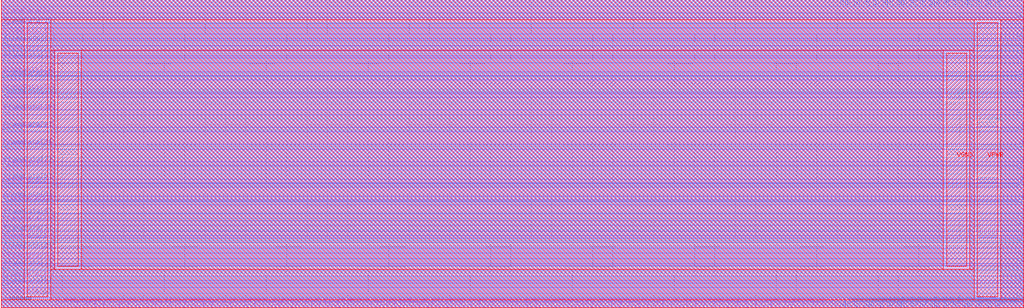
<source format=lef>
##
## LEF for PtnCells ;
## created by Innovus v15.20-p005_1 on Mon Jun 14 18:20:56 2021
##

VERSION 5.7 ;

BUSBITCHARS "[]" ;
DIVIDERCHAR "/" ;

MACRO N_term_RAM_IO
  CLASS BLOCK ;
  SIZE 100.2800 BY 30.2600 ;
  FOREIGN N_term_RAM_IO 0.0000 0.0000 ;
  ORIGIN 0 0 ;
  SYMMETRY X Y R90 ;
  PIN N1END[3]
    DIRECTION INPUT ;
    USE SIGNAL ;
    ANTENNAPARTIALMETALAREA 0.27625 LAYER li1  ;
    ANTENNAPARTIALMETALSIDEAREA 0.325 LAYER li1  ;
    ANTENNAPARTIALCUTAREA 0.0289 LAYER mcon  ;
    ANTENNAPARTIALMETALAREA 3.89 LAYER met1  ;
    ANTENNAPARTIALMETALSIDEAREA 19.3725 LAYER met1  ;
    ANTENNAPARTIALCUTAREA 0.0225 LAYER via  ;
    ANTENNAPARTIALMETALAREA 1.7555 LAYER met2  ;
    ANTENNAPARTIALMETALSIDEAREA 8.6065 LAYER met2  ;
    ANTENNAPARTIALCUTAREA 0.04 LAYER via2  ;
    ANTENNAPARTIALMETALAREA 7.921 LAYER met3  ;
    ANTENNAPARTIALMETALSIDEAREA 42.712 LAYER met3  ;
    ANTENNAPARTIALCUTAREA 0.04 LAYER via3  ;
    ANTENNAPARTIALMETALAREA 2.2038 LAYER met4  ;
    ANTENNAPARTIALMETALSIDEAREA 12.224 LAYER met4  ;
    ANTENNAMODEL OXIDE1 ;
    ANTENNAGATEAREA 0.159 LAYER met4  ;
    ANTENNAMAXAREACAR 31.828 LAYER met4  ;
    ANTENNAMAXSIDEAREACAR 168.025 LAYER met4  ;
    ANTENNAMAXCUTCAR 0.826415 LAYER via4  ;
    PORT
      LAYER li1 ;
        RECT 7.9650 0.0000 8.1350 0.3300 ;
    END
  END N1END[3]
  PIN N1END[2]
    DIRECTION INPUT ;
    USE SIGNAL ;
    ANTENNAPARTIALMETALAREA 5.23005 LAYER li1  ;
    ANTENNAPARTIALMETALSIDEAREA 6.153 LAYER li1  ;
    ANTENNAPARTIALCUTAREA 0.0289 LAYER mcon  ;
    ANTENNAPARTIALMETALAREA 8.6124 LAYER met1  ;
    ANTENNAPARTIALMETALSIDEAREA 43.015 LAYER met1  ;
    ANTENNAPARTIALCUTAREA 0.0225 LAYER via  ;
    ANTENNAPARTIALMETALAREA 2.4664 LAYER met2  ;
    ANTENNAPARTIALMETALSIDEAREA 12.096 LAYER met2  ;
    ANTENNAMODEL OXIDE1 ;
    ANTENNAGATEAREA 0.159 LAYER met2  ;
    ANTENNAMAXAREACAR 19.0374 LAYER met2  ;
    ANTENNAMAXSIDEAREACAR 89.9969 LAYER met2  ;
    ANTENNAMAXCUTCAR 0.32327 LAYER via2  ;
    PORT
      LAYER li1 ;
        RECT 7.0450 0.0000 7.2150 0.3300 ;
    END
  END N1END[2]
  PIN N1END[1]
    DIRECTION INPUT ;
    USE SIGNAL ;
    ANTENNAPARTIALMETALAREA 3.38045 LAYER li1  ;
    ANTENNAPARTIALMETALSIDEAREA 3.977 LAYER li1  ;
    ANTENNAPARTIALCUTAREA 0.0289 LAYER mcon  ;
    ANTENNAPARTIALMETALAREA 5.5616 LAYER met1  ;
    ANTENNAPARTIALMETALSIDEAREA 27.7305 LAYER met1  ;
    ANTENNAPARTIALCUTAREA 0.0225 LAYER via  ;
    ANTENNAPARTIALMETALAREA 0.5976 LAYER met2  ;
    ANTENNAPARTIALMETALSIDEAREA 2.87 LAYER met2  ;
    ANTENNAMODEL OXIDE1 ;
    ANTENNAGATEAREA 0.159 LAYER met2  ;
    ANTENNAMAXAREACAR 5.10786 LAYER met2  ;
    ANTENNAMAXSIDEAREACAR 21.5157 LAYER met2  ;
    ANTENNAMAXCUTCAR 0.32327 LAYER via2  ;
    PORT
      LAYER li1 ;
        RECT 6.1250 0.0000 6.2950 0.3300 ;
    END
  END N1END[1]
  PIN N1END[0]
    DIRECTION INPUT ;
    USE SIGNAL ;
    ANTENNAPARTIALMETALAREA 1.47305 LAYER li1  ;
    ANTENNAPARTIALMETALSIDEAREA 1.733 LAYER li1  ;
    ANTENNAPARTIALCUTAREA 0.0289 LAYER mcon  ;
    ANTENNAPARTIALMETALAREA 1.7644 LAYER met1  ;
    ANTENNAPARTIALMETALSIDEAREA 8.785 LAYER met1  ;
    ANTENNAMODEL OXIDE1 ;
    ANTENNAGATEAREA 0.159 LAYER met1  ;
    ANTENNAMAXAREACAR 11.923 LAYER met1  ;
    ANTENNAMAXSIDEAREACAR 56.1635 LAYER met1  ;
    ANTENNAMAXCUTCAR 0.181761 LAYER via  ;
    PORT
      LAYER li1 ;
        RECT 5.2050 0.0000 5.3750 0.3300 ;
    END
  END N1END[0]
  PIN N2MID[7]
    DIRECTION INPUT ;
    USE SIGNAL ;
    ANTENNAPARTIALMETALAREA 0.44965 LAYER li1  ;
    ANTENNAPARTIALMETALSIDEAREA 0.529 LAYER li1  ;
    ANTENNAPARTIALCUTAREA 0.0289 LAYER mcon  ;
    ANTENNAPARTIALMETALAREA 0.9276 LAYER met1  ;
    ANTENNAPARTIALMETALSIDEAREA 4.5605 LAYER met1  ;
    ANTENNAPARTIALCUTAREA 0.0225 LAYER via  ;
    ANTENNAPARTIALMETALAREA 0.6719 LAYER met2  ;
    ANTENNAPARTIALMETALSIDEAREA 3.1885 LAYER met2  ;
    ANTENNAPARTIALCUTAREA 0.04 LAYER via2  ;
    ANTENNAPARTIALMETALAREA 4.744 LAYER met3  ;
    ANTENNAPARTIALMETALSIDEAREA 25.768 LAYER met3  ;
    ANTENNAPARTIALCUTAREA 0.04 LAYER via3  ;
    ANTENNAPARTIALMETALAREA 9.6936 LAYER met4  ;
    ANTENNAPARTIALMETALSIDEAREA 52.64 LAYER met4  ;
    ANTENNAMODEL OXIDE1 ;
    ANTENNAGATEAREA 0.159 LAYER met4  ;
    ANTENNAMAXAREACAR 69.7733 LAYER met4  ;
    ANTENNAMAXSIDEAREACAR 372.799 LAYER met4  ;
    ANTENNAMAXCUTCAR 0.826415 LAYER via4  ;
    PORT
      LAYER li1 ;
        RECT 16.7050 0.0000 16.8750 0.3300 ;
    END
  END N2MID[7]
  PIN N2MID[6]
    DIRECTION INPUT ;
    USE SIGNAL ;
    ANTENNAPARTIALMETALAREA 0.39185 LAYER li1  ;
    ANTENNAPARTIALMETALSIDEAREA 0.461 LAYER li1  ;
    ANTENNAPARTIALCUTAREA 0.0289 LAYER mcon  ;
    ANTENNAPARTIALMETALAREA 2.0224 LAYER met1  ;
    ANTENNAPARTIALMETALSIDEAREA 10.0345 LAYER met1  ;
    ANTENNAPARTIALCUTAREA 0.0225 LAYER via  ;
    ANTENNAPARTIALMETALAREA 0.8525 LAYER met2  ;
    ANTENNAPARTIALMETALSIDEAREA 4.0915 LAYER met2  ;
    ANTENNAPARTIALCUTAREA 0.04 LAYER via2  ;
    ANTENNAPARTIALMETALAREA 2.056 LAYER met3  ;
    ANTENNAPARTIALMETALSIDEAREA 11.432 LAYER met3  ;
    ANTENNAPARTIALCUTAREA 0.04 LAYER via3  ;
    ANTENNAPARTIALMETALAREA 3.0546 LAYER met4  ;
    ANTENNAPARTIALMETALSIDEAREA 17.232 LAYER met4  ;
    ANTENNAMODEL OXIDE1 ;
    ANTENNAGATEAREA 0.159 LAYER met4  ;
    ANTENNAMAXAREACAR 48.3374 LAYER met4  ;
    ANTENNAMAXSIDEAREACAR 258.761 LAYER met4  ;
    ANTENNAMAXCUTCAR 0.826415 LAYER via4  ;
    PORT
      LAYER li1 ;
        RECT 15.3250 0.0000 15.4950 0.3300 ;
    END
  END N2MID[6]
  PIN N2MID[5]
    DIRECTION INPUT ;
    USE SIGNAL ;
    ANTENNAPARTIALMETALAREA 1.08545 LAYER li1  ;
    ANTENNAPARTIALMETALSIDEAREA 1.277 LAYER li1  ;
    ANTENNAPARTIALCUTAREA 0.0289 LAYER mcon  ;
    ANTENNAPARTIALMETALAREA 0.0832 LAYER met1  ;
    ANTENNAPARTIALMETALSIDEAREA 0.406 LAYER met1  ;
    ANTENNAPARTIALCUTAREA 0.0225 LAYER via  ;
    ANTENNAPARTIALMETALAREA 0.6928 LAYER met2  ;
    ANTENNAPARTIALMETALSIDEAREA 3.346 LAYER met2  ;
    ANTENNAMODEL OXIDE1 ;
    ANTENNAGATEAREA 0.159 LAYER met2  ;
    ANTENNAMAXAREACAR 11.4487 LAYER met2  ;
    ANTENNAMAXSIDEAREACAR 52.7956 LAYER met2  ;
    ANTENNAMAXCUTCAR 0.32327 LAYER via2  ;
    PORT
      LAYER li1 ;
        RECT 14.4050 0.0000 14.5750 0.3300 ;
    END
  END N2MID[5]
  PIN N2MID[4]
    DIRECTION INPUT ;
    USE SIGNAL ;
    ANTENNAPARTIALMETALAREA 0.16065 LAYER li1  ;
    ANTENNAPARTIALMETALSIDEAREA 0.189 LAYER li1  ;
    ANTENNAPARTIALCUTAREA 0.0289 LAYER mcon  ;
    ANTENNAPARTIALMETALAREA 4.3884 LAYER met1  ;
    ANTENNAPARTIALMETALSIDEAREA 21.8645 LAYER met1  ;
    ANTENNAPARTIALCUTAREA 0.0225 LAYER via  ;
    ANTENNAPARTIALMETALAREA 1.1072 LAYER met2  ;
    ANTENNAPARTIALMETALSIDEAREA 5.418 LAYER met2  ;
    ANTENNAMODEL OXIDE1 ;
    ANTENNAGATEAREA 0.159 LAYER met2  ;
    ANTENNAMAXAREACAR 9.83113 LAYER met2  ;
    ANTENNAMAXSIDEAREACAR 39.327 LAYER met2  ;
    ANTENNAMAXCUTCAR 0.32327 LAYER via2  ;
    PORT
      LAYER li1 ;
        RECT 13.4850 0.0000 13.6550 0.3300 ;
    END
  END N2MID[4]
  PIN N2MID[3]
    DIRECTION INPUT ;
    USE SIGNAL ;
    ANTENNAPARTIALMETALAREA 0.10285 LAYER li1  ;
    ANTENNAPARTIALMETALSIDEAREA 0.121 LAYER li1  ;
    ANTENNAPARTIALCUTAREA 0.0289 LAYER mcon  ;
    ANTENNAPARTIALMETALAREA 5.4356 LAYER met1  ;
    ANTENNAPARTIALMETALSIDEAREA 27.1005 LAYER met1  ;
    ANTENNAPARTIALCUTAREA 0.0225 LAYER via  ;
    ANTENNAPARTIALMETALAREA 1.4321 LAYER met2  ;
    ANTENNAPARTIALMETALSIDEAREA 6.9895 LAYER met2  ;
    ANTENNAPARTIALCUTAREA 0.04 LAYER via2  ;
    ANTENNAPARTIALMETALAREA 3.781 LAYER met3  ;
    ANTENNAPARTIALMETALSIDEAREA 20.632 LAYER met3  ;
    ANTENNAPARTIALCUTAREA 0.04 LAYER via3  ;
    ANTENNAPARTIALMETALAREA 4.7748 LAYER met4  ;
    ANTENNAPARTIALMETALSIDEAREA 25.936 LAYER met4  ;
    ANTENNAMODEL OXIDE1 ;
    ANTENNAGATEAREA 0.159 LAYER met4  ;
    ANTENNAMAXAREACAR 65.8846 LAYER met4  ;
    ANTENNAMAXSIDEAREACAR 352.028 LAYER met4  ;
    ANTENNAMAXCUTCAR 0.826415 LAYER via4  ;
    PORT
      LAYER li1 ;
        RECT 12.1050 0.0000 12.2750 0.3300 ;
    END
  END N2MID[3]
  PIN N2MID[2]
    DIRECTION INPUT ;
    USE SIGNAL ;
    ANTENNAPARTIALMETALAREA 0.68085 LAYER li1  ;
    ANTENNAPARTIALMETALSIDEAREA 0.801 LAYER li1  ;
    ANTENNAPARTIALCUTAREA 0.0289 LAYER mcon  ;
    ANTENNAPARTIALMETALAREA 3.5036 LAYER met1  ;
    ANTENNAPARTIALMETALSIDEAREA 17.4405 LAYER met1  ;
    ANTENNAPARTIALCUTAREA 0.0225 LAYER via  ;
    ANTENNAPARTIALMETALAREA 1.1476 LAYER met2  ;
    ANTENNAPARTIALMETALSIDEAREA 5.502 LAYER met2  ;
    ANTENNAMODEL OXIDE1 ;
    ANTENNAGATEAREA 0.159 LAYER met2  ;
    ANTENNAMAXAREACAR 15.9896 LAYER met2  ;
    ANTENNAMAXSIDEAREACAR 71.7327 LAYER met2  ;
    ANTENNAMAXCUTCAR 0.32327 LAYER via2  ;
    PORT
      LAYER li1 ;
        RECT 11.1850 0.0000 11.3550 0.3300 ;
    END
  END N2MID[2]
  PIN N2MID[1]
    DIRECTION INPUT ;
    USE SIGNAL ;
    ANTENNAPARTIALMETALAREA 1.53085 LAYER li1  ;
    ANTENNAPARTIALMETALSIDEAREA 1.801 LAYER li1  ;
    ANTENNAPARTIALCUTAREA 0.0289 LAYER mcon  ;
    ANTENNAPARTIALMETALAREA 0.7242 LAYER met1  ;
    ANTENNAPARTIALMETALSIDEAREA 3.584 LAYER met1  ;
    ANTENNAMODEL OXIDE1 ;
    ANTENNAGATEAREA 0.159 LAYER met1  ;
    ANTENNAMAXAREACAR 5.38082 LAYER met1  ;
    ANTENNAMAXSIDEAREACAR 23.4528 LAYER met1  ;
    ANTENNAMAXCUTCAR 0.181761 LAYER via  ;
    PORT
      LAYER li1 ;
        RECT 10.2650 0.0000 10.4350 0.3300 ;
    END
  END N2MID[1]
  PIN N2MID[0]
    DIRECTION INPUT ;
    USE SIGNAL ;
    ANTENNAPARTIALMETALAREA 0.56525 LAYER li1  ;
    ANTENNAPARTIALMETALSIDEAREA 0.665 LAYER li1  ;
    ANTENNAPARTIALCUTAREA 0.0289 LAYER mcon  ;
    ANTENNAPARTIALMETALAREA 2.6328 LAYER met1  ;
    ANTENNAPARTIALMETALSIDEAREA 13.0865 LAYER met1  ;
    ANTENNAPARTIALCUTAREA 0.0225 LAYER via  ;
    ANTENNAPARTIALMETALAREA 1.1688 LAYER met2  ;
    ANTENNAPARTIALMETALSIDEAREA 5.726 LAYER met2  ;
    ANTENNAMODEL OXIDE1 ;
    ANTENNAGATEAREA 0.159 LAYER met2  ;
    ANTENNAMAXAREACAR 9.66132 LAYER met2  ;
    ANTENNAMAXSIDEAREACAR 43.8585 LAYER met2  ;
    ANTENNAMAXCUTCAR 0.32327 LAYER via2  ;
    PORT
      LAYER li1 ;
        RECT 9.3450 0.0000 9.5150 0.3300 ;
    END
  END N2MID[0]
  PIN N2END[7]
    DIRECTION INPUT ;
    USE SIGNAL ;
    ANTENNAPARTIALMETALAREA 1.02765 LAYER li1  ;
    ANTENNAPARTIALMETALSIDEAREA 1.209 LAYER li1  ;
    ANTENNAPARTIALCUTAREA 0.0289 LAYER mcon  ;
    ANTENNAPARTIALMETALAREA 0.4292 LAYER met1  ;
    ANTENNAPARTIALMETALSIDEAREA 2.0685 LAYER met1  ;
    ANTENNAPARTIALCUTAREA 0.0225 LAYER via  ;
    ANTENNAPARTIALMETALAREA 3.4635 LAYER met2  ;
    ANTENNAPARTIALMETALSIDEAREA 17.1465 LAYER met2  ;
    ANTENNAPARTIALCUTAREA 0.04 LAYER via2  ;
    ANTENNAPARTIALMETALAREA 6.31 LAYER met3  ;
    ANTENNAPARTIALMETALSIDEAREA 34.12 LAYER met3  ;
    ANTENNAPARTIALCUTAREA 0.04 LAYER via3  ;
    ANTENNAPARTIALMETALAREA 7.2726 LAYER met4  ;
    ANTENNAPARTIALMETALSIDEAREA 39.728 LAYER met4  ;
    ANTENNAMODEL OXIDE1 ;
    ANTENNAGATEAREA 0.159 LAYER met4  ;
    ANTENNAMAXAREACAR 84.1236 LAYER met4  ;
    ANTENNAMAXSIDEAREACAR 452.047 LAYER met4  ;
    ANTENNAMAXCUTCAR 0.826415 LAYER via4  ;
    PORT
      LAYER li1 ;
        RECT 24.9850 0.0000 25.1550 0.3300 ;
    END
  END N2END[7]
  PIN N2END[6]
    DIRECTION INPUT ;
    USE SIGNAL ;
    ANTENNAPARTIALMETALAREA 0.10285 LAYER li1  ;
    ANTENNAPARTIALMETALSIDEAREA 0.121 LAYER li1  ;
    ANTENNAPARTIALCUTAREA 0.0289 LAYER mcon  ;
    ANTENNAPARTIALMETALAREA 2.6832 LAYER met1  ;
    ANTENNAPARTIALMETALSIDEAREA 13.3385 LAYER met1  ;
    ANTENNAPARTIALCUTAREA 0.0225 LAYER via  ;
    ANTENNAPARTIALMETALAREA 2.5712 LAYER met2  ;
    ANTENNAPARTIALMETALSIDEAREA 12.502 LAYER met2  ;
    ANTENNAMODEL OXIDE1 ;
    ANTENNAGATEAREA 0.159 LAYER met2  ;
    ANTENNAMAXAREACAR 18.0764 LAYER met2  ;
    ANTENNAMAXSIDEAREACAR 84.4497 LAYER met2  ;
    ANTENNAMAXCUTCAR 0.32327 LAYER via2  ;
    PORT
      LAYER li1 ;
        RECT 24.0650 0.0000 24.2350 0.3300 ;
    END
  END N2END[6]
  PIN N2END[5]
    DIRECTION INPUT ;
    USE SIGNAL ;
    ANTENNAPARTIALMETALAREA 0.50745 LAYER li1  ;
    ANTENNAPARTIALMETALSIDEAREA 0.597 LAYER li1  ;
    ANTENNAPARTIALCUTAREA 0.0289 LAYER mcon  ;
    ANTENNAPARTIALMETALAREA 0.3648 LAYER met1  ;
    ANTENNAPARTIALMETALSIDEAREA 1.7465 LAYER met1  ;
    ANTENNAPARTIALCUTAREA 0.0225 LAYER via  ;
    ANTENNAPARTIALMETALAREA 1.8843 LAYER met2  ;
    ANTENNAPARTIALMETALSIDEAREA 9.2505 LAYER met2  ;
    ANTENNAPARTIALCUTAREA 0.04 LAYER via2  ;
    ANTENNAPARTIALMETALAREA 8.287 LAYER met3  ;
    ANTENNAPARTIALMETALSIDEAREA 44.664 LAYER met3  ;
    ANTENNAPARTIALCUTAREA 0.04 LAYER via3  ;
    ANTENNAPARTIALMETALAREA 0.6516 LAYER met4  ;
    ANTENNAPARTIALMETALSIDEAREA 4.416 LAYER met4  ;
    ANTENNAMODEL OXIDE1 ;
    ANTENNAGATEAREA 0.159 LAYER met4  ;
    ANTENNAMAXAREACAR 28.3362 LAYER met4  ;
    ANTENNAMAXSIDEAREACAR 149.673 LAYER met4  ;
    ANTENNAMAXCUTCAR 0.826415 LAYER via4  ;
    PORT
      LAYER li1 ;
        RECT 22.6850 0.0000 22.8550 0.3300 ;
    END
  END N2END[5]
  PIN N2END[4]
    DIRECTION INPUT ;
    USE SIGNAL ;
    ANTENNAPARTIALMETALAREA 0.79645 LAYER li1  ;
    ANTENNAPARTIALMETALSIDEAREA 0.937 LAYER li1  ;
    ANTENNAPARTIALCUTAREA 0.0289 LAYER mcon  ;
    ANTENNAPARTIALMETALAREA 1.202 LAYER met1  ;
    ANTENNAPARTIALMETALSIDEAREA 5.9325 LAYER met1  ;
    ANTENNAPARTIALCUTAREA 0.0225 LAYER via  ;
    ANTENNAPARTIALMETALAREA 0.3765 LAYER met2  ;
    ANTENNAPARTIALMETALSIDEAREA 1.7115 LAYER met2  ;
    ANTENNAPARTIALCUTAREA 0.04 LAYER via2  ;
    ANTENNAPARTIALMETALAREA 0.14635 LAYER met3  ;
    ANTENNAPARTIALMETALSIDEAREA 1.24 LAYER met3  ;
    ANTENNAPARTIALCUTAREA 0.04 LAYER via3  ;
    ANTENNAPARTIALMETALAREA 3.1584 LAYER met4  ;
    ANTENNAPARTIALMETALSIDEAREA 18.256 LAYER met4  ;
    ANTENNAMODEL OXIDE1 ;
    ANTENNAGATEAREA 0.159 LAYER met4  ;
    ANTENNAMAXAREACAR 71.9324 LAYER met4  ;
    ANTENNAMAXSIDEAREACAR 389.041 LAYER met4  ;
    ANTENNAMAXCUTCAR 0.826415 LAYER via4  ;
    PORT
      LAYER li1 ;
        RECT 21.7650 0.0000 21.9350 0.3300 ;
    END
  END N2END[4]
  PIN N2END[3]
    DIRECTION INPUT ;
    USE SIGNAL ;
    ANTENNAPARTIALMETALAREA 0.99025 LAYER li1  ;
    ANTENNAPARTIALMETALSIDEAREA 1.165 LAYER li1  ;
    ANTENNAPARTIALCUTAREA 0.0289 LAYER mcon  ;
    ANTENNAPARTIALMETALAREA 8.4792 LAYER met1  ;
    ANTENNAPARTIALMETALSIDEAREA 42.3185 LAYER met1  ;
    ANTENNAPARTIALCUTAREA 0.0225 LAYER via  ;
    ANTENNAPARTIALMETALAREA 2.6234 LAYER met2  ;
    ANTENNAPARTIALMETALSIDEAREA 12.999 LAYER met2  ;
    ANTENNAMODEL OXIDE1 ;
    ANTENNAGATEAREA 0.159 LAYER met2  ;
    ANTENNAMAXAREACAR 20.2186 LAYER met2  ;
    ANTENNAMAXSIDEAREACAR 96.6447 LAYER met2  ;
    ANTENNAMAXCUTCAR 0.32327 LAYER via2  ;
    PORT
      LAYER li1 ;
        RECT 20.8450 0.0000 21.0150 0.3300 ;
    END
  END N2END[3]
  PIN N2END[2]
    DIRECTION INPUT ;
    USE SIGNAL ;
    ANTENNAPARTIALMETALAREA 0.91205 LAYER li1  ;
    ANTENNAPARTIALMETALSIDEAREA 1.073 LAYER li1  ;
    ANTENNAPARTIALCUTAREA 0.0289 LAYER mcon  ;
    ANTENNAPARTIALMETALAREA 1.0732 LAYER met1  ;
    ANTENNAPARTIALMETALSIDEAREA 5.2885 LAYER met1  ;
    ANTENNAPARTIALCUTAREA 0.0225 LAYER via  ;
    ANTENNAPARTIALMETALAREA 0.8832 LAYER met2  ;
    ANTENNAPARTIALMETALSIDEAREA 4.298 LAYER met2  ;
    ANTENNAMODEL OXIDE1 ;
    ANTENNAGATEAREA 0.159 LAYER met2  ;
    ANTENNAMAXAREACAR 6.90409 LAYER met2  ;
    ANTENNAMAXSIDEAREACAR 30.4969 LAYER met2  ;
    ANTENNAMAXCUTCAR 0.32327 LAYER via2  ;
    PORT
      LAYER li1 ;
        RECT 19.4650 0.0000 19.6350 0.3300 ;
    END
  END N2END[2]
  PIN N2END[1]
    DIRECTION INPUT ;
    USE SIGNAL ;
    ANTENNAPARTIALMETALAREA 1.02765 LAYER li1  ;
    ANTENNAPARTIALMETALSIDEAREA 1.209 LAYER li1  ;
    ANTENNAPARTIALCUTAREA 0.0289 LAYER mcon  ;
    ANTENNAPARTIALMETALAREA 0.4292 LAYER met1  ;
    ANTENNAPARTIALMETALSIDEAREA 2.0685 LAYER met1  ;
    ANTENNAPARTIALCUTAREA 0.0225 LAYER via  ;
    ANTENNAPARTIALMETALAREA 0.4548 LAYER met2  ;
    ANTENNAPARTIALMETALSIDEAREA 2.156 LAYER met2  ;
    ANTENNAMODEL OXIDE1 ;
    ANTENNAGATEAREA 0.159 LAYER met2  ;
    ANTENNAMAXAREACAR 4.20975 LAYER met2  ;
    ANTENNAMAXSIDEAREACAR 17.0252 LAYER met2  ;
    ANTENNAMAXCUTCAR 0.32327 LAYER via2  ;
    PORT
      LAYER li1 ;
        RECT 18.5450 0.0000 18.7150 0.3300 ;
    END
  END N2END[1]
  PIN N2END[0]
    DIRECTION INPUT ;
    USE SIGNAL ;
    ANTENNAPARTIALMETALAREA 0.79645 LAYER li1  ;
    ANTENNAPARTIALMETALSIDEAREA 0.937 LAYER li1  ;
    ANTENNAPARTIALCUTAREA 0.0289 LAYER mcon  ;
    ANTENNAPARTIALMETALAREA 0.236 LAYER met1  ;
    ANTENNAPARTIALMETALSIDEAREA 1.1025 LAYER met1  ;
    ANTENNAPARTIALCUTAREA 0.0225 LAYER via  ;
    ANTENNAPARTIALMETALAREA 3.5708 LAYER met2  ;
    ANTENNAPARTIALMETALSIDEAREA 17.5 LAYER met2  ;
    ANTENNAMODEL OXIDE1 ;
    ANTENNAGATEAREA 0.159 LAYER met2  ;
    ANTENNAMAXAREACAR 23.8072 LAYER met2  ;
    ANTENNAMAXSIDEAREACAR 113.528 LAYER met2  ;
    ANTENNAMAXCUTCAR 0.32327 LAYER via2  ;
    PORT
      LAYER li1 ;
        RECT 17.6250 0.0000 17.7950 0.3300 ;
    END
  END N2END[0]
  PIN N4END[15]
    DIRECTION INPUT ;
    USE SIGNAL ;
    ANTENNAPARTIALMETALAREA 0.81685 LAYER li1  ;
    ANTENNAPARTIALMETALSIDEAREA 0.961 LAYER li1  ;
    ANTENNAPARTIALCUTAREA 0.0289 LAYER mcon  ;
    ANTENNAPARTIALMETALAREA 1.5884 LAYER met1  ;
    ANTENNAPARTIALMETALSIDEAREA 7.8645 LAYER met1  ;
    ANTENNAPARTIALCUTAREA 0.0225 LAYER via  ;
    ANTENNAPARTIALMETALAREA 1.1476 LAYER met2  ;
    ANTENNAPARTIALMETALSIDEAREA 5.502 LAYER met2  ;
    ANTENNAMODEL OXIDE1 ;
    ANTENNAGATEAREA 0.159 LAYER met2  ;
    ANTENNAMAXAREACAR 10.7431 LAYER met2  ;
    ANTENNAMAXSIDEAREACAR 48.5252 LAYER met2  ;
    ANTENNAMAXCUTCAR 0.32327 LAYER via2  ;
    PORT
      LAYER li1 ;
        RECT 41.5450 0.0000 41.7150 0.3300 ;
    END
  END N4END[15]
  PIN N4END[14]
    DIRECTION INPUT ;
    USE SIGNAL ;
    ANTENNAPARTIALMETALAREA 0.58565 LAYER li1  ;
    ANTENNAPARTIALMETALSIDEAREA 0.689 LAYER li1  ;
    ANTENNAPARTIALCUTAREA 0.0289 LAYER mcon  ;
    ANTENNAPARTIALMETALAREA 2.168 LAYER met1  ;
    ANTENNAPARTIALMETALSIDEAREA 10.7625 LAYER met1  ;
    ANTENNAPARTIALCUTAREA 0.0225 LAYER via  ;
    ANTENNAPARTIALMETALAREA 1.2164 LAYER met2  ;
    ANTENNAPARTIALMETALSIDEAREA 5.964 LAYER met2  ;
    ANTENNAMODEL OXIDE1 ;
    ANTENNAGATEAREA 0.159 LAYER met2  ;
    ANTENNAMAXAREACAR 8.99969 LAYER met2  ;
    ANTENNAMAXSIDEAREACAR 40.9748 LAYER met2  ;
    ANTENNAMAXCUTCAR 0.32327 LAYER via2  ;
    PORT
      LAYER li1 ;
        RECT 40.6250 0.0000 40.7950 0.3300 ;
    END
  END N4END[14]
  PIN N4END[13]
    DIRECTION INPUT ;
    USE SIGNAL ;
    ANTENNAPARTIALMETALAREA 0.27625 LAYER li1  ;
    ANTENNAPARTIALMETALSIDEAREA 0.325 LAYER li1  ;
    ANTENNAPARTIALCUTAREA 0.0289 LAYER mcon  ;
    ANTENNAPARTIALMETALAREA 2.132 LAYER met1  ;
    ANTENNAPARTIALMETALSIDEAREA 10.5455 LAYER met1  ;
    ANTENNAPARTIALCUTAREA 0.0225 LAYER via  ;
    ANTENNAPARTIALMETALAREA 5.5528 LAYER met2  ;
    ANTENNAPARTIALMETALSIDEAREA 27.174 LAYER met2  ;
    ANTENNAMODEL OXIDE1 ;
    ANTENNAGATEAREA 0.159 LAYER met2  ;
    ANTENNAMAXAREACAR 38.8538 LAYER met2  ;
    ANTENNAMAXSIDEAREACAR 186.852 LAYER met2  ;
    ANTENNAMAXCUTCAR 0.32327 LAYER via2  ;
    PORT
      LAYER li1 ;
        RECT 39.7050 0.0000 39.8750 0.3300 ;
    END
  END N4END[13]
  PIN N4END[12]
    DIRECTION INPUT ;
    USE SIGNAL ;
    ANTENNAPARTIALMETALAREA 1.08545 LAYER li1  ;
    ANTENNAPARTIALMETALSIDEAREA 1.277 LAYER li1  ;
    ANTENNAPARTIALCUTAREA 0.0289 LAYER mcon  ;
    ANTENNAPARTIALMETALAREA 0.0832 LAYER met1  ;
    ANTENNAPARTIALMETALSIDEAREA 0.406 LAYER met1  ;
    ANTENNAPARTIALCUTAREA 0.0225 LAYER via  ;
    ANTENNAPARTIALMETALAREA 0.6928 LAYER met2  ;
    ANTENNAPARTIALMETALSIDEAREA 3.346 LAYER met2  ;
    ANTENNAMODEL OXIDE1 ;
    ANTENNAGATEAREA 0.159 LAYER met2  ;
    ANTENNAMAXAREACAR 9.82862 LAYER met2  ;
    ANTENNAMAXSIDEAREACAR 44.695 LAYER met2  ;
    ANTENNAMAXCUTCAR 0.32327 LAYER via2  ;
    PORT
      LAYER li1 ;
        RECT 38.7850 0.0000 38.9550 0.3300 ;
    END
  END N4END[12]
  PIN N4END[11]
    DIRECTION INPUT ;
    USE SIGNAL ;
    ANTENNAPARTIALMETALAREA 0.44965 LAYER li1  ;
    ANTENNAPARTIALMETALSIDEAREA 0.529 LAYER li1  ;
    ANTENNAPARTIALCUTAREA 0.0289 LAYER mcon  ;
    ANTENNAPARTIALMETALAREA 3.3272 LAYER met1  ;
    ANTENNAPARTIALMETALSIDEAREA 16.5585 LAYER met1  ;
    ANTENNAPARTIALCUTAREA 0.0225 LAYER via  ;
    ANTENNAPARTIALMETALAREA 1.8994 LAYER met2  ;
    ANTENNAPARTIALMETALSIDEAREA 9.261 LAYER met2  ;
    ANTENNAMODEL OXIDE1 ;
    ANTENNAGATEAREA 0.159 LAYER met2  ;
    ANTENNAMAXAREACAR 20.2525 LAYER met2  ;
    ANTENNAMAXSIDEAREACAR 96.0723 LAYER met2  ;
    ANTENNAMAXCUTCAR 0.32327 LAYER via2  ;
    PORT
      LAYER li1 ;
        RECT 37.4050 0.0000 37.5750 0.3300 ;
    END
  END N4END[11]
  PIN N4END[10]
    DIRECTION INPUT ;
    USE SIGNAL ;
    ANTENNAPARTIALMETALAREA 0.68085 LAYER li1  ;
    ANTENNAPARTIALMETALSIDEAREA 0.801 LAYER li1  ;
    ANTENNAPARTIALCUTAREA 0.0289 LAYER mcon  ;
    ANTENNAPARTIALMETALAREA 3.3916 LAYER met1  ;
    ANTENNAPARTIALMETALSIDEAREA 16.8805 LAYER met1  ;
    ANTENNAPARTIALCUTAREA 0.0225 LAYER via  ;
    ANTENNAPARTIALMETALAREA 1.026 LAYER met2  ;
    ANTENNAPARTIALMETALSIDEAREA 5.012 LAYER met2  ;
    ANTENNAMODEL OXIDE1 ;
    ANTENNAGATEAREA 0.159 LAYER met2  ;
    ANTENNAMAXAREACAR 12.7343 LAYER met2  ;
    ANTENNAMAXSIDEAREACAR 59.2233 LAYER met2  ;
    ANTENNAMAXCUTCAR 0.32327 LAYER via2  ;
    PORT
      LAYER li1 ;
        RECT 36.4850 0.0000 36.6550 0.3300 ;
    END
  END N4END[10]
  PIN N4END[9]
    DIRECTION INPUT ;
    USE SIGNAL ;
    ANTENNAPARTIALMETALAREA 1.08545 LAYER li1  ;
    ANTENNAPARTIALMETALSIDEAREA 1.277 LAYER li1  ;
    ANTENNAPARTIALCUTAREA 0.0289 LAYER mcon  ;
    ANTENNAPARTIALMETALAREA 0.0832 LAYER met1  ;
    ANTENNAPARTIALMETALSIDEAREA 0.406 LAYER met1  ;
    ANTENNAPARTIALCUTAREA 0.0225 LAYER via  ;
    ANTENNAPARTIALMETALAREA 0.6928 LAYER met2  ;
    ANTENNAPARTIALMETALSIDEAREA 3.346 LAYER met2  ;
    ANTENNAMODEL OXIDE1 ;
    ANTENNAGATEAREA 0.159 LAYER met2  ;
    ANTENNAMAXAREACAR 8.18208 LAYER met2  ;
    ANTENNAMAXSIDEAREACAR 36.4623 LAYER met2  ;
    ANTENNAMAXCUTCAR 0.32327 LAYER via2  ;
    PORT
      LAYER li1 ;
        RECT 35.5650 0.0000 35.7350 0.3300 ;
    END
  END N4END[9]
  PIN N4END[8]
    DIRECTION INPUT ;
    USE SIGNAL ;
    ANTENNAPARTIALMETALAREA 1.24185 LAYER li1  ;
    ANTENNAPARTIALMETALSIDEAREA 1.461 LAYER li1  ;
    ANTENNAPARTIALCUTAREA 0.0289 LAYER mcon  ;
    ANTENNAPARTIALMETALAREA 0.3648 LAYER met1  ;
    ANTENNAPARTIALMETALSIDEAREA 1.7465 LAYER met1  ;
    ANTENNAPARTIALCUTAREA 0.0225 LAYER via  ;
    ANTENNAPARTIALMETALAREA 0.4072 LAYER met2  ;
    ANTENNAPARTIALMETALSIDEAREA 1.918 LAYER met2  ;
    ANTENNAMODEL OXIDE1 ;
    ANTENNAGATEAREA 0.159 LAYER met2  ;
    ANTENNAMAXAREACAR 4.87138 LAYER met2  ;
    ANTENNAMAXSIDEAREACAR 19.9088 LAYER met2  ;
    ANTENNAMAXCUTCAR 0.32327 LAYER via2  ;
    PORT
      LAYER li1 ;
        RECT 34.1850 0.0000 34.3550 0.3300 ;
    END
  END N4END[8]
  PIN N4END[7]
    DIRECTION INPUT ;
    USE SIGNAL ;
    ANTENNAPARTIALMETALAREA 0.41225 LAYER li1  ;
    ANTENNAPARTIALMETALSIDEAREA 0.485 LAYER li1  ;
    ANTENNAPARTIALCUTAREA 0.0289 LAYER mcon  ;
    ANTENNAPARTIALMETALAREA 0.3004 LAYER met1  ;
    ANTENNAPARTIALMETALSIDEAREA 1.4245 LAYER met1  ;
    ANTENNAPARTIALCUTAREA 0.0225 LAYER via  ;
    ANTENNAPARTIALMETALAREA 1.026 LAYER met2  ;
    ANTENNAPARTIALMETALSIDEAREA 5.012 LAYER met2  ;
    ANTENNAMODEL OXIDE1 ;
    ANTENNAGATEAREA 0.159 LAYER met2  ;
    ANTENNAMAXAREACAR 23.9695 LAYER met2  ;
    ANTENNAMAXSIDEAREACAR 115.399 LAYER met2  ;
    ANTENNAMAXCUTCAR 0.32327 LAYER via2  ;
    PORT
      LAYER li1 ;
        RECT 33.2650 0.0000 33.4350 0.3300 ;
    END
  END N4END[7]
  PIN N4END[6]
    DIRECTION INPUT ;
    USE SIGNAL ;
    ANTENNAPARTIALMETALAREA 0.96985 LAYER li1  ;
    ANTENNAPARTIALMETALSIDEAREA 1.141 LAYER li1  ;
    ANTENNAPARTIALCUTAREA 0.0289 LAYER mcon  ;
    ANTENNAPARTIALMETALAREA 1.7816 LAYER met1  ;
    ANTENNAPARTIALMETALSIDEAREA 8.8305 LAYER met1  ;
    ANTENNAPARTIALCUTAREA 0.0225 LAYER via  ;
    ANTENNAPARTIALMETALAREA 0.788 LAYER met2  ;
    ANTENNAPARTIALMETALSIDEAREA 3.822 LAYER met2  ;
    ANTENNAMODEL OXIDE1 ;
    ANTENNAGATEAREA 0.159 LAYER met2  ;
    ANTENNAMAXAREACAR 7.18711 LAYER met2  ;
    ANTENNAMAXSIDEAREACAR 31.4874 LAYER met2  ;
    ANTENNAMAXCUTCAR 0.32327 LAYER via2  ;
    PORT
      LAYER li1 ;
        RECT 32.3450 0.0000 32.5150 0.3300 ;
    END
  END N4END[6]
  PIN N4END[5]
    DIRECTION INPUT ;
    USE SIGNAL ;
    ANTENNAPARTIALMETALAREA 0.16065 LAYER li1  ;
    ANTENNAPARTIALMETALSIDEAREA 0.189 LAYER li1  ;
    ANTENNAPARTIALCUTAREA 0.0289 LAYER mcon  ;
    ANTENNAPARTIALMETALAREA 2.2368 LAYER met1  ;
    ANTENNAPARTIALMETALSIDEAREA 11.137 LAYER met1  ;
    ANTENNAPARTIALCUTAREA 0.0225 LAYER via  ;
    ANTENNAPARTIALMETALAREA 0.6928 LAYER met2  ;
    ANTENNAPARTIALMETALSIDEAREA 3.346 LAYER met2  ;
    ANTENNAMODEL OXIDE1 ;
    ANTENNAGATEAREA 0.159 LAYER met2  ;
    ANTENNAMAXAREACAR 17.9292 LAYER met2  ;
    ANTENNAMAXSIDEAREACAR 85.1981 LAYER met2  ;
    ANTENNAMAXCUTCAR 0.32327 LAYER via2  ;
    PORT
      LAYER li1 ;
        RECT 31.4250 0.0000 31.5950 0.3300 ;
    END
  END N4END[5]
  PIN N4END[4]
    DIRECTION INPUT ;
    USE SIGNAL ;
    ANTENNAPARTIALMETALAREA 1.18405 LAYER li1  ;
    ANTENNAPARTIALMETALSIDEAREA 1.393 LAYER li1  ;
    ANTENNAPARTIALCUTAREA 0.0289 LAYER mcon  ;
    ANTENNAPARTIALMETALAREA 6.2728 LAYER met1  ;
    ANTENNAPARTIALMETALSIDEAREA 31.2865 LAYER met1  ;
    ANTENNAPARTIALCUTAREA 0.0225 LAYER via  ;
    ANTENNAPARTIALMETALAREA 0.4072 LAYER met2  ;
    ANTENNAPARTIALMETALSIDEAREA 1.918 LAYER met2  ;
    ANTENNAMODEL OXIDE1 ;
    ANTENNAGATEAREA 0.159 LAYER met2  ;
    ANTENNAMAXAREACAR 6.87767 LAYER met2  ;
    ANTENNAMAXSIDEAREACAR 26.9151 LAYER met2  ;
    ANTENNAMAXCUTCAR 0.32327 LAYER via2  ;
    PORT
      LAYER li1 ;
        RECT 30.0450 0.0000 30.2150 0.3300 ;
    END
  END N4END[4]
  PIN N4END[3]
    DIRECTION INPUT ;
    USE SIGNAL ;
    ANTENNAPARTIALMETALAREA 0.73865 LAYER li1  ;
    ANTENNAPARTIALMETALSIDEAREA 0.869 LAYER li1  ;
    ANTENNAPARTIALCUTAREA 0.0289 LAYER mcon  ;
    ANTENNAPARTIALMETALAREA 0.236 LAYER met1  ;
    ANTENNAPARTIALMETALSIDEAREA 1.1025 LAYER met1  ;
    ANTENNAPARTIALCUTAREA 0.0225 LAYER via  ;
    ANTENNAPARTIALMETALAREA 1.2904 LAYER met2  ;
    ANTENNAPARTIALMETALSIDEAREA 6.216 LAYER met2  ;
    ANTENNAMODEL OXIDE1 ;
    ANTENNAGATEAREA 0.159 LAYER met2  ;
    ANTENNAMAXAREACAR 11.1758 LAYER met2  ;
    ANTENNAMAXSIDEAREACAR 46.2736 LAYER met2  ;
    ANTENNAMAXCUTCAR 0.32327 LAYER via2  ;
    PORT
      LAYER li1 ;
        RECT 29.1250 0.0000 29.2950 0.3300 ;
    END
  END N4END[3]
  PIN N4END[2]
    DIRECTION INPUT ;
    USE SIGNAL ;
    ANTENNAPARTIALMETALAREA 0.16065 LAYER li1  ;
    ANTENNAPARTIALMETALSIDEAREA 0.189 LAYER li1  ;
    ANTENNAPARTIALCUTAREA 0.0289 LAYER mcon  ;
    ANTENNAPARTIALMETALAREA 1.2664 LAYER met1  ;
    ANTENNAPARTIALMETALSIDEAREA 6.2545 LAYER met1  ;
    ANTENNAPARTIALCUTAREA 0.0225 LAYER via  ;
    ANTENNAPARTIALMETALAREA 1.1688 LAYER met2  ;
    ANTENNAPARTIALMETALSIDEAREA 5.726 LAYER met2  ;
    ANTENNAMODEL OXIDE1 ;
    ANTENNAGATEAREA 0.159 LAYER met2  ;
    ANTENNAMAXAREACAR 10.8764 LAYER met2  ;
    ANTENNAMAXSIDEAREACAR 49.934 LAYER met2  ;
    ANTENNAMAXCUTCAR 0.32327 LAYER via2  ;
    PORT
      LAYER li1 ;
        RECT 28.2050 0.0000 28.3750 0.3300 ;
    END
  END N4END[2]
  PIN N4END[1]
    DIRECTION INPUT ;
    USE SIGNAL ;
    ANTENNAPARTIALMETALAREA 0.85425 LAYER li1  ;
    ANTENNAPARTIALMETALSIDEAREA 1.005 LAYER li1  ;
    ANTENNAPARTIALCUTAREA 0.0289 LAYER mcon  ;
    ANTENNAPARTIALMETALAREA 1.7172 LAYER met1  ;
    ANTENNAPARTIALMETALSIDEAREA 8.5085 LAYER met1  ;
    ANTENNAPARTIALCUTAREA 0.0225 LAYER via  ;
    ANTENNAPARTIALMETALAREA 0.4241 LAYER met2  ;
    ANTENNAPARTIALMETALSIDEAREA 1.9495 LAYER met2  ;
    ANTENNAPARTIALCUTAREA 0.04 LAYER via2  ;
    ANTENNAPARTIALMETALAREA 5.782 LAYER met3  ;
    ANTENNAPARTIALMETALSIDEAREA 31.304 LAYER met3  ;
    ANTENNAPARTIALCUTAREA 0.04 LAYER via3  ;
    ANTENNAPARTIALMETALAREA 7.6488 LAYER met4  ;
    ANTENNAPARTIALMETALSIDEAREA 41.264 LAYER met4  ;
    ANTENNAMODEL OXIDE1 ;
    ANTENNAGATEAREA 0.159 LAYER met4  ;
    ANTENNAMAXAREACAR 79.7047 LAYER met4  ;
    ANTENNAMAXSIDEAREACAR 424.456 LAYER met4  ;
    ANTENNAMAXCUTCAR 0.826415 LAYER via4  ;
    PORT
      LAYER li1 ;
        RECT 26.8250 0.0000 26.9950 0.3300 ;
    END
  END N4END[1]
  PIN N4END[0]
    DIRECTION INPUT ;
    USE SIGNAL ;
    ANTENNAPARTIALMETALAREA 0.44965 LAYER li1  ;
    ANTENNAPARTIALMETALSIDEAREA 0.529 LAYER li1  ;
    ANTENNAPARTIALCUTAREA 0.0289 LAYER mcon  ;
    ANTENNAPARTIALMETALAREA 1.6528 LAYER met1  ;
    ANTENNAPARTIALMETALSIDEAREA 8.1865 LAYER met1  ;
    ANTENNAPARTIALCUTAREA 0.0225 LAYER via  ;
    ANTENNAPARTIALMETALAREA 0.9784 LAYER met2  ;
    ANTENNAPARTIALMETALSIDEAREA 4.774 LAYER met2  ;
    ANTENNAMODEL OXIDE1 ;
    ANTENNAGATEAREA 0.159 LAYER met2  ;
    ANTENNAMAXAREACAR 47.6726 LAYER met2  ;
    ANTENNAMAXSIDEAREACAR 233.915 LAYER met2  ;
    ANTENNAMAXCUTCAR 0.32327 LAYER via2  ;
    PORT
      LAYER li1 ;
        RECT 25.9050 0.0000 26.0750 0.3300 ;
    END
  END N4END[0]
  PIN S1BEG[3]
    DIRECTION OUTPUT ;
    USE SIGNAL ;
    ANTENNAPARTIALMETALAREA 0.64345 LAYER li1  ;
    ANTENNAPARTIALMETALSIDEAREA 0.757 LAYER li1  ;
    ANTENNAPARTIALCUTAREA 0.0289 LAYER mcon  ;
    ANTENNAPARTIALMETALAREA 2.5544 LAYER met1  ;
    ANTENNAPARTIALMETALSIDEAREA 12.6945 LAYER met1  ;
    ANTENNAPARTIALCUTAREA 0.0225 LAYER via  ;
    ANTENNADIFFAREA 0.4455 LAYER met2  ;
    ANTENNAPARTIALMETALAREA 0.7404 LAYER met2  ;
    ANTENNAPARTIALMETALSIDEAREA 3.584 LAYER met2  ;
    PORT
      LAYER li1 ;
        RECT 45.6850 0.0000 45.8550 0.3300 ;
    END
  END S1BEG[3]
  PIN S1BEG[2]
    DIRECTION OUTPUT ;
    USE SIGNAL ;
    ANTENNAPARTIALMETALAREA 1.08545 LAYER li1  ;
    ANTENNAPARTIALMETALSIDEAREA 1.277 LAYER li1  ;
    ANTENNAPARTIALCUTAREA 0.0289 LAYER mcon  ;
    ANTENNAPARTIALMETALAREA 0.0832 LAYER met1  ;
    ANTENNAPARTIALMETALSIDEAREA 0.406 LAYER met1  ;
    ANTENNAPARTIALCUTAREA 0.0225 LAYER via  ;
    ANTENNADIFFAREA 0.4455 LAYER met2  ;
    ANTENNAPARTIALMETALAREA 1.4068 LAYER met2  ;
    ANTENNAPARTIALMETALSIDEAREA 6.916 LAYER met2  ;
    PORT
      LAYER li1 ;
        RECT 44.7650 0.0000 44.9350 0.3300 ;
    END
  END S1BEG[2]
  PIN S1BEG[1]
    DIRECTION OUTPUT ;
    USE SIGNAL ;
    ANTENNAPARTIALMETALAREA 0.50745 LAYER li1  ;
    ANTENNAPARTIALMETALSIDEAREA 0.597 LAYER li1  ;
    ANTENNAPARTIALCUTAREA 0.0289 LAYER mcon  ;
    ANTENNAPARTIALMETALAREA 3.5848 LAYER met1  ;
    ANTENNAPARTIALMETALSIDEAREA 17.8465 LAYER met1  ;
    ANTENNAPARTIALCUTAREA 0.0225 LAYER via  ;
    ANTENNADIFFAREA 0.4455 LAYER met2  ;
    ANTENNAPARTIALMETALAREA 1.502 LAYER met2  ;
    ANTENNAPARTIALMETALSIDEAREA 7.392 LAYER met2  ;
    PORT
      LAYER li1 ;
        RECT 43.8450 0.0000 44.0150 0.3300 ;
    END
  END S1BEG[1]
  PIN S1BEG[0]
    DIRECTION OUTPUT ;
    USE SIGNAL ;
    ANTENNAPARTIALMETALAREA 0.10285 LAYER li1  ;
    ANTENNAPARTIALMETALSIDEAREA 0.121 LAYER li1  ;
    ANTENNAPARTIALCUTAREA 0.0289 LAYER mcon  ;
    ANTENNAPARTIALMETALAREA 3.778 LAYER met1  ;
    ANTENNAPARTIALMETALSIDEAREA 18.8125 LAYER met1  ;
    ANTENNAPARTIALCUTAREA 0.0225 LAYER via  ;
    ANTENNADIFFAREA 0.4455 LAYER met2  ;
    ANTENNAPARTIALMETALAREA 1.4544 LAYER met2  ;
    ANTENNAPARTIALMETALSIDEAREA 7.154 LAYER met2  ;
    PORT
      LAYER li1 ;
        RECT 42.9250 0.0000 43.0950 0.3300 ;
    END
  END S1BEG[0]
  PIN S2BEG[7]
    DIRECTION OUTPUT ;
    USE SIGNAL ;
    ANTENNAPARTIALMETALAREA 0.95285 LAYER li1  ;
    ANTENNAPARTIALMETALSIDEAREA 1.121 LAYER li1  ;
    ANTENNAPARTIALCUTAREA 0.0289 LAYER mcon  ;
    ANTENNAPARTIALMETALAREA 3.4392 LAYER met1  ;
    ANTENNAPARTIALMETALSIDEAREA 17.1185 LAYER met1  ;
    ANTENNAPARTIALCUTAREA 0.0225 LAYER via  ;
    ANTENNADIFFAREA 0.4455 LAYER met2  ;
    ANTENNAPARTIALMETALAREA 1.1548 LAYER met2  ;
    ANTENNAPARTIALMETALSIDEAREA 5.656 LAYER met2  ;
    PORT
      LAYER li1 ;
        RECT 62.7050 0.0000 62.8750 0.3300 ;
    END
  END S2BEG[7]
  PIN S2BEG[6]
    DIRECTION OUTPUT ;
    USE SIGNAL ;
    ANTENNAPARTIALCUTAREA 0.0289 LAYER mcon  ;
    ANTENNAPARTIALMETALAREA 6.8692 LAYER met1  ;
    ANTENNAPARTIALMETALSIDEAREA 34.2685 LAYER met1  ;
    ANTENNAPARTIALCUTAREA 0.0225 LAYER via  ;
    ANTENNADIFFAREA 0.4455 LAYER met2  ;
    ANTENNAPARTIALMETALAREA 1.1688 LAYER met2  ;
    ANTENNAPARTIALMETALSIDEAREA 5.726 LAYER met2  ;
    PORT
      LAYER li1 ;
        RECT 61.7850 0.0000 61.9550 0.3300 ;
    END
  END S2BEG[6]
  PIN S2BEG[5]
    DIRECTION OUTPUT ;
    USE SIGNAL ;
    ANTENNAPARTIALMETALAREA 0.73865 LAYER li1  ;
    ANTENNAPARTIALMETALSIDEAREA 0.869 LAYER li1  ;
    ANTENNAPARTIALCUTAREA 0.0289 LAYER mcon  ;
    ANTENNAPARTIALMETALAREA 2.2324 LAYER met1  ;
    ANTENNAPARTIALMETALSIDEAREA 11.0845 LAYER met1  ;
    ANTENNAPARTIALCUTAREA 0.0225 LAYER via  ;
    ANTENNADIFFAREA 0.4455 LAYER met2  ;
    ANTENNAPARTIALMETALAREA 0.9308 LAYER met2  ;
    ANTENNAPARTIALMETALSIDEAREA 4.536 LAYER met2  ;
    PORT
      LAYER li1 ;
        RECT 60.4050 0.0000 60.5750 0.3300 ;
    END
  END S2BEG[5]
  PIN S2BEG[4]
    DIRECTION OUTPUT ;
    USE SIGNAL ;
    ANTENNAPARTIALMETALAREA 0.33405 LAYER li1  ;
    ANTENNAPARTIALMETALSIDEAREA 0.393 LAYER li1  ;
    ANTENNAPARTIALCUTAREA 0.0289 LAYER mcon  ;
    ANTENNAPARTIALMETALAREA 3.7136 LAYER met1  ;
    ANTENNAPARTIALMETALSIDEAREA 18.4905 LAYER met1  ;
    ANTENNAPARTIALCUTAREA 0.0225 LAYER via  ;
    ANTENNADIFFAREA 0.4455 LAYER met2  ;
    ANTENNAPARTIALMETALAREA 1.7092 LAYER met2  ;
    ANTENNAPARTIALMETALSIDEAREA 8.428 LAYER met2  ;
    PORT
      LAYER li1 ;
        RECT 59.4850 0.0000 59.6550 0.3300 ;
    END
  END S2BEG[4]
  PIN S2BEG[3]
    DIRECTION OUTPUT ;
    USE SIGNAL ;
    ANTENNAPARTIALMETALAREA 1.08545 LAYER li1  ;
    ANTENNAPARTIALMETALSIDEAREA 1.277 LAYER li1  ;
    ANTENNAPARTIALCUTAREA 0.0289 LAYER mcon  ;
    ANTENNAPARTIALMETALAREA 0.0832 LAYER met1  ;
    ANTENNAPARTIALMETALSIDEAREA 0.406 LAYER met1  ;
    ANTENNAPARTIALCUTAREA 0.0225 LAYER via  ;
    ANTENNADIFFAREA 0.4455 LAYER met2  ;
    ANTENNAPARTIALMETALAREA 0.2644 LAYER met2  ;
    ANTENNAPARTIALMETALSIDEAREA 1.204 LAYER met2  ;
    PORT
      LAYER li1 ;
        RECT 58.5650 0.0000 58.7350 0.3300 ;
    END
  END S2BEG[3]
  PIN S2BEG[2]
    DIRECTION OUTPUT ;
    USE SIGNAL ;
    ANTENNAPARTIALMETALAREA 0.33405 LAYER li1  ;
    ANTENNAPARTIALMETALSIDEAREA 0.393 LAYER li1  ;
    ANTENNAPARTIALCUTAREA 0.0289 LAYER mcon  ;
    ANTENNAPARTIALMETALAREA 3.6776 LAYER met1  ;
    ANTENNAPARTIALMETALSIDEAREA 18.2735 LAYER met1  ;
    ANTENNAPARTIALCUTAREA 0.0225 LAYER via  ;
    ANTENNADIFFAREA 0.4455 LAYER met2  ;
    ANTENNAPARTIALMETALAREA 0.8832 LAYER met2  ;
    ANTENNAPARTIALMETALSIDEAREA 4.298 LAYER met2  ;
    PORT
      LAYER li1 ;
        RECT 57.6450 0.0000 57.8150 0.3300 ;
    END
  END S2BEG[2]
  PIN S2BEG[1]
    DIRECTION OUTPUT ;
    USE SIGNAL ;
    ANTENNAPARTIALMETALAREA 0.85425 LAYER li1  ;
    ANTENNAPARTIALMETALSIDEAREA 1.005 LAYER li1  ;
    ANTENNAPARTIALCUTAREA 0.0289 LAYER mcon  ;
    ANTENNAPARTIALMETALAREA 1.7816 LAYER met1  ;
    ANTENNAPARTIALMETALSIDEAREA 8.8305 LAYER met1  ;
    ANTENNAPARTIALCUTAREA 0.0225 LAYER via  ;
    ANTENNADIFFAREA 0.4455 LAYER met2  ;
    ANTENNAPARTIALMETALAREA 0.8356 LAYER met2  ;
    ANTENNAPARTIALMETALSIDEAREA 4.06 LAYER met2  ;
    PORT
      LAYER li1 ;
        RECT 56.2650 0.0000 56.4350 0.3300 ;
    END
  END S2BEG[1]
  PIN S2BEG[0]
    DIRECTION OUTPUT ;
    USE SIGNAL ;
    ANTENNAPARTIALMETALAREA 0.62305 LAYER li1  ;
    ANTENNAPARTIALMETALSIDEAREA 0.733 LAYER li1  ;
    ANTENNAPARTIALCUTAREA 0.0289 LAYER mcon  ;
    ANTENNAPARTIALMETALAREA 3.778 LAYER met1  ;
    ANTENNAPARTIALMETALSIDEAREA 18.8125 LAYER met1  ;
    ANTENNAPARTIALCUTAREA 0.0225 LAYER via  ;
    ANTENNADIFFAREA 0.4455 LAYER met2  ;
    ANTENNAPARTIALMETALAREA 0.6452 LAYER met2  ;
    ANTENNAPARTIALMETALSIDEAREA 3.108 LAYER met2  ;
    PORT
      LAYER li1 ;
        RECT 55.3450 0.0000 55.5150 0.3300 ;
    END
  END S2BEG[0]
  PIN S2BEGb[7]
    DIRECTION OUTPUT ;
    USE SIGNAL ;
    ANTENNAPARTIALMETALAREA 0.27625 LAYER li1  ;
    ANTENNAPARTIALMETALSIDEAREA 0.325 LAYER li1  ;
    ANTENNAPARTIALCUTAREA 0.0289 LAYER mcon  ;
    ANTENNAPARTIALMETALAREA 4.1644 LAYER met1  ;
    ANTENNAPARTIALMETALSIDEAREA 20.7445 LAYER met1  ;
    ANTENNAPARTIALCUTAREA 0.0225 LAYER via  ;
    ANTENNADIFFAREA 0.4455 LAYER met2  ;
    ANTENNAPARTIALMETALAREA 1.3116 LAYER met2  ;
    ANTENNAPARTIALMETALSIDEAREA 6.44 LAYER met2  ;
    PORT
      LAYER li1 ;
        RECT 54.4250 0.0000 54.5950 0.3300 ;
    END
  END S2BEGb[7]
  PIN S2BEGb[6]
    DIRECTION OUTPUT ;
    USE SIGNAL ;
    ANTENNAPARTIALMETALAREA 0.70125 LAYER li1  ;
    ANTENNAPARTIALMETALSIDEAREA 0.825 LAYER li1  ;
    ANTENNAPARTIALCUTAREA 0.0289 LAYER mcon  ;
    ANTENNAPARTIALMETALAREA 3.0052 LAYER met1  ;
    ANTENNAPARTIALMETALSIDEAREA 14.9485 LAYER met1  ;
    ANTENNAPARTIALCUTAREA 0.0225 LAYER via  ;
    ANTENNADIFFAREA 0.4455 LAYER met2  ;
    ANTENNAPARTIALMETALAREA 0.6452 LAYER met2  ;
    ANTENNAPARTIALMETALSIDEAREA 3.108 LAYER met2  ;
    PORT
      LAYER li1 ;
        RECT 53.0450 0.0000 53.2150 0.3300 ;
    END
  END S2BEGb[6]
  PIN S2BEGb[5]
    DIRECTION OUTPUT ;
    USE SIGNAL ;
    ANTENNAPARTIALMETALAREA 0.79645 LAYER li1  ;
    ANTENNAPARTIALMETALSIDEAREA 0.937 LAYER li1  ;
    ANTENNAPARTIALCUTAREA 0.0289 LAYER mcon  ;
    ANTENNAPARTIALMETALAREA 5.03 LAYER met1  ;
    ANTENNAPARTIALMETALSIDEAREA 25.0355 LAYER met1  ;
    ANTENNAPARTIALCUTAREA 0.0225 LAYER via  ;
    ANTENNADIFFAREA 0.4455 LAYER met2  ;
    ANTENNAPARTIALMETALAREA 0.7404 LAYER met2  ;
    ANTENNAPARTIALMETALSIDEAREA 3.584 LAYER met2  ;
    PORT
      LAYER li1 ;
        RECT 52.1250 0.0000 52.2950 0.3300 ;
    END
  END S2BEGb[5]
  PIN S2BEGb[4]
    DIRECTION OUTPUT ;
    USE SIGNAL ;
    ANTENNAPARTIALMETALAREA 0.27625 LAYER li1  ;
    ANTENNAPARTIALMETALSIDEAREA 0.325 LAYER li1  ;
    ANTENNAPARTIALCUTAREA 0.0289 LAYER mcon  ;
    ANTENNAPARTIALMETALAREA 0.4936 LAYER met1  ;
    ANTENNAPARTIALMETALSIDEAREA 2.3905 LAYER met1  ;
    ANTENNAPARTIALCUTAREA 0.0225 LAYER via  ;
    ANTENNADIFFAREA 0.4455 LAYER met2  ;
    ANTENNAPARTIALMETALAREA 3.3372 LAYER met2  ;
    ANTENNAPARTIALMETALSIDEAREA 16.45 LAYER met2  ;
    PORT
      LAYER li1 ;
        RECT 51.2050 0.0000 51.3750 0.3300 ;
    END
  END S2BEGb[4]
  PIN S2BEGb[3]
    DIRECTION OUTPUT ;
    USE SIGNAL ;
    ANTENNAPARTIALMETALAREA 0.136 LAYER li1  ;
    ANTENNAPARTIALMETALSIDEAREA 0.16 LAYER li1  ;
    ANTENNAPARTIALCUTAREA 0.0289 LAYER mcon  ;
    ANTENNAPARTIALMETALAREA 4.8084 LAYER met1  ;
    ANTENNAPARTIALMETALSIDEAREA 23.9645 LAYER met1  ;
    ANTENNAPARTIALCUTAREA 0.0225 LAYER via  ;
    ANTENNADIFFAREA 0.4455 LAYER met2  ;
    ANTENNAPARTIALMETALAREA 1.1688 LAYER met2  ;
    ANTENNAPARTIALMETALSIDEAREA 5.726 LAYER met2  ;
    PORT
      LAYER li1 ;
        RECT 50.2850 0.0000 50.4550 0.3300 ;
    END
  END S2BEGb[3]
  PIN S2BEGb[2]
    DIRECTION OUTPUT ;
    USE SIGNAL ;
    ANTENNAPARTIALMETALAREA 0.21845 LAYER li1  ;
    ANTENNAPARTIALMETALSIDEAREA 0.257 LAYER li1  ;
    ANTENNAPARTIALCUTAREA 0.0289 LAYER mcon  ;
    ANTENNAPARTIALMETALAREA 4.2932 LAYER met1  ;
    ANTENNAPARTIALMETALSIDEAREA 21.3885 LAYER met1  ;
    ANTENNAPARTIALCUTAREA 0.0225 LAYER via  ;
    ANTENNADIFFAREA 0.4455 LAYER met2  ;
    ANTENNAPARTIALMETALAREA 1.1548 LAYER met2  ;
    ANTENNAPARTIALMETALSIDEAREA 5.656 LAYER met2  ;
    PORT
      LAYER li1 ;
        RECT 48.9050 0.0000 49.0750 0.3300 ;
    END
  END S2BEGb[2]
  PIN S2BEGb[1]
    DIRECTION OUTPUT ;
    USE SIGNAL ;
    ANTENNAPARTIALMETALAREA 1.08545 LAYER li1  ;
    ANTENNAPARTIALMETALSIDEAREA 1.277 LAYER li1  ;
    ANTENNAPARTIALCUTAREA 0.0289 LAYER mcon  ;
    ANTENNAPARTIALMETALAREA 1.3308 LAYER met1  ;
    ANTENNAPARTIALMETALSIDEAREA 6.5765 LAYER met1  ;
    ANTENNAPARTIALCUTAREA 0.0225 LAYER via  ;
    ANTENNADIFFAREA 0.4455 LAYER met2  ;
    ANTENNAPARTIALMETALAREA 1.961 LAYER met2  ;
    ANTENNAPARTIALMETALSIDEAREA 9.569 LAYER met2  ;
    PORT
      LAYER li1 ;
        RECT 47.9850 0.0000 48.1550 0.3300 ;
    END
  END S2BEGb[1]
  PIN S2BEGb[0]
    DIRECTION OUTPUT ;
    USE SIGNAL ;
    ANTENNAPARTIALMETALAREA 0.73865 LAYER li1  ;
    ANTENNAPARTIALMETALSIDEAREA 0.869 LAYER li1  ;
    ANTENNAPARTIALCUTAREA 0.0289 LAYER mcon  ;
    ANTENNAPARTIALMETALAREA 0.3004 LAYER met1  ;
    ANTENNAPARTIALMETALSIDEAREA 1.4245 LAYER met1  ;
    ANTENNAPARTIALCUTAREA 0.0225 LAYER via  ;
    ANTENNAPARTIALMETALAREA 2.0355 LAYER met2  ;
    ANTENNAPARTIALMETALSIDEAREA 10.0065 LAYER met2  ;
    ANTENNAPARTIALCUTAREA 0.04 LAYER via2  ;
    ANTENNAPARTIALMETALAREA 0.469 LAYER met3  ;
    ANTENNAPARTIALMETALSIDEAREA 2.968 LAYER met3  ;
    ANTENNAPARTIALCUTAREA 0.04 LAYER via3  ;
    ANTENNADIFFAREA 0.4455 LAYER met4  ;
    ANTENNAPARTIALMETALAREA 0.8508 LAYER met4  ;
    ANTENNAPARTIALMETALSIDEAREA 5.008 LAYER met4  ;
    PORT
      LAYER li1 ;
        RECT 47.0650 0.0000 47.2350 0.3300 ;
    END
  END S2BEGb[0]
  PIN S4BEG[15]
    DIRECTION OUTPUT ;
    USE SIGNAL ;
    ANTENNAPARTIALMETALAREA 1.24185 LAYER li1  ;
    ANTENNAPARTIALMETALSIDEAREA 1.461 LAYER li1  ;
    ANTENNAPARTIALCUTAREA 0.0289 LAYER mcon  ;
    ANTENNAPARTIALMETALAREA 0.0832 LAYER met1  ;
    ANTENNAPARTIALMETALSIDEAREA 0.406 LAYER met1  ;
    ANTENNAPARTIALCUTAREA 0.0225 LAYER via  ;
    ANTENNADIFFAREA 0.4455 LAYER met2  ;
    ANTENNAPARTIALMETALAREA 0.2644 LAYER met2  ;
    ANTENNAPARTIALMETALSIDEAREA 1.204 LAYER met2  ;
    PORT
      LAYER li1 ;
        RECT 79.2650 0.0000 79.4350 0.3300 ;
    END
  END S4BEG[15]
  PIN S4BEG[14]
    DIRECTION OUTPUT ;
    USE SIGNAL ;
    ANTENNAPARTIALMETALAREA 1.08545 LAYER li1  ;
    ANTENNAPARTIALMETALSIDEAREA 1.277 LAYER li1  ;
    ANTENNAPARTIALCUTAREA 0.0289 LAYER mcon  ;
    ANTENNAPARTIALMETALAREA 0.0832 LAYER met1  ;
    ANTENNAPARTIALMETALSIDEAREA 0.406 LAYER met1  ;
    ANTENNAPARTIALCUTAREA 0.0225 LAYER via  ;
    ANTENNADIFFAREA 0.4455 LAYER met2  ;
    ANTENNAPARTIALMETALAREA 1.026 LAYER met2  ;
    ANTENNAPARTIALMETALSIDEAREA 5.012 LAYER met2  ;
    PORT
      LAYER li1 ;
        RECT 78.3450 0.0000 78.5150 0.3300 ;
    END
  END S4BEG[14]
  PIN S4BEG[13]
    DIRECTION OUTPUT ;
    USE SIGNAL ;
    ANTENNAPARTIALMETALAREA 0.73865 LAYER li1  ;
    ANTENNAPARTIALMETALSIDEAREA 0.869 LAYER li1  ;
    ANTENNAPARTIALCUTAREA 0.0289 LAYER mcon  ;
    ANTENNAPARTIALMETALAREA 0.3004 LAYER met1  ;
    ANTENNAPARTIALMETALSIDEAREA 1.4245 LAYER met1  ;
    ANTENNAPARTIALCUTAREA 0.0225 LAYER via  ;
    ANTENNADIFFAREA 0.4455 LAYER met2  ;
    ANTENNAPARTIALMETALAREA 6.8316 LAYER met2  ;
    ANTENNAPARTIALMETALSIDEAREA 33.922 LAYER met2  ;
    PORT
      LAYER li1 ;
        RECT 77.4250 0.0000 77.5950 0.3300 ;
    END
  END S4BEG[13]
  PIN S4BEG[12]
    DIRECTION OUTPUT ;
    USE SIGNAL ;
    ANTENNAPARTIALMETALAREA 1.08545 LAYER li1  ;
    ANTENNAPARTIALMETALSIDEAREA 1.277 LAYER li1  ;
    ANTENNAPARTIALCUTAREA 0.0289 LAYER mcon  ;
    ANTENNAPARTIALMETALAREA 0.0832 LAYER met1  ;
    ANTENNAPARTIALMETALSIDEAREA 0.406 LAYER met1  ;
    ANTENNAPARTIALCUTAREA 0.0225 LAYER via  ;
    ANTENNADIFFAREA 0.4455 LAYER met2  ;
    ANTENNAPARTIALMETALAREA 0.312 LAYER met2  ;
    ANTENNAPARTIALMETALSIDEAREA 1.442 LAYER met2  ;
    PORT
      LAYER li1 ;
        RECT 76.5050 0.0000 76.6750 0.3300 ;
    END
  END S4BEG[12]
  PIN S4BEG[11]
    DIRECTION OUTPUT ;
    USE SIGNAL ;
    ANTENNAPARTIALMETALAREA 1.08545 LAYER li1  ;
    ANTENNAPARTIALMETALSIDEAREA 1.277 LAYER li1  ;
    ANTENNAPARTIALCUTAREA 0.0289 LAYER mcon  ;
    ANTENNAPARTIALMETALAREA 0.0832 LAYER met1  ;
    ANTENNAPARTIALMETALSIDEAREA 0.406 LAYER met1  ;
    ANTENNAPARTIALCUTAREA 0.0225 LAYER via  ;
    ANTENNADIFFAREA 0.4455 LAYER met2  ;
    ANTENNAPARTIALMETALAREA 0.2644 LAYER met2  ;
    ANTENNAPARTIALMETALSIDEAREA 1.204 LAYER met2  ;
    PORT
      LAYER li1 ;
        RECT 75.1250 0.0000 75.2950 0.3300 ;
    END
  END S4BEG[11]
  PIN S4BEG[10]
    DIRECTION OUTPUT ;
    USE SIGNAL ;
    ANTENNAPARTIALMETALAREA 0.79645 LAYER li1  ;
    ANTENNAPARTIALMETALSIDEAREA 0.937 LAYER li1  ;
    ANTENNAPARTIALCUTAREA 0.0289 LAYER mcon  ;
    ANTENNAPARTIALMETALAREA 1.5884 LAYER met1  ;
    ANTENNAPARTIALMETALSIDEAREA 7.8645 LAYER met1  ;
    ANTENNAPARTIALCUTAREA 0.0225 LAYER via  ;
    ANTENNADIFFAREA 0.4455 LAYER met2  ;
    ANTENNAPARTIALMETALAREA 0.8832 LAYER met2  ;
    ANTENNAPARTIALMETALSIDEAREA 4.298 LAYER met2  ;
    PORT
      LAYER li1 ;
        RECT 74.2050 0.0000 74.3750 0.3300 ;
    END
  END S4BEG[10]
  PIN S4BEG[9]
    DIRECTION OUTPUT ;
    USE SIGNAL ;
    ANTENNAPARTIALMETALAREA 0.56525 LAYER li1  ;
    ANTENNAPARTIALMETALSIDEAREA 0.665 LAYER li1  ;
    ANTENNAPARTIALCUTAREA 0.0289 LAYER mcon  ;
    ANTENNAPARTIALMETALAREA 3.5204 LAYER met1  ;
    ANTENNAPARTIALMETALSIDEAREA 17.5245 LAYER met1  ;
    ANTENNAPARTIALCUTAREA 0.0225 LAYER via  ;
    ANTENNADIFFAREA 0.4455 LAYER met2  ;
    ANTENNAPARTIALMETALAREA 1.0736 LAYER met2  ;
    ANTENNAPARTIALMETALSIDEAREA 5.25 LAYER met2  ;
    PORT
      LAYER li1 ;
        RECT 73.2850 0.0000 73.4550 0.3300 ;
    END
  END S4BEG[9]
  PIN S4BEG[8]
    DIRECTION OUTPUT ;
    USE SIGNAL ;
    ANTENNAPARTIALMETALAREA 1.24185 LAYER li1  ;
    ANTENNAPARTIALMETALSIDEAREA 1.461 LAYER li1  ;
    ANTENNAPARTIALCUTAREA 0.0289 LAYER mcon  ;
    ANTENNAPARTIALMETALAREA 0.0832 LAYER met1  ;
    ANTENNAPARTIALMETALSIDEAREA 0.406 LAYER met1  ;
    ANTENNAPARTIALCUTAREA 0.0225 LAYER via  ;
    ANTENNADIFFAREA 0.4455 LAYER met2  ;
    ANTENNAPARTIALMETALAREA 5.4008 LAYER met2  ;
    ANTENNAPARTIALMETALSIDEAREA 26.768 LAYER met2  ;
    PORT
      LAYER li1 ;
        RECT 72.3650 0.0000 72.5350 0.3300 ;
    END
  END S4BEG[8]
  PIN S4BEG[7]
    DIRECTION OUTPUT ;
    USE SIGNAL ;
    ANTENNAPARTIALCUTAREA 0.0289 LAYER mcon  ;
    ANTENNAPARTIALMETALAREA 1.3308 LAYER met1  ;
    ANTENNAPARTIALMETALSIDEAREA 6.5765 LAYER met1  ;
    ANTENNAPARTIALCUTAREA 0.0225 LAYER via  ;
    ANTENNADIFFAREA 0.4455 LAYER met2  ;
    ANTENNAPARTIALMETALAREA 2.0436 LAYER met2  ;
    ANTENNAPARTIALMETALSIDEAREA 9.982 LAYER met2  ;
    PORT
      LAYER li1 ;
        RECT 70.9850 0.0000 71.1550 0.3300 ;
    END
  END S4BEG[7]
  PIN S4BEG[6]
    DIRECTION OUTPUT ;
    USE SIGNAL ;
    ANTENNAPARTIALMETALAREA 0.16065 LAYER li1  ;
    ANTENNAPARTIALMETALSIDEAREA 0.189 LAYER li1  ;
    ANTENNAPARTIALCUTAREA 0.0289 LAYER mcon  ;
    ANTENNAPARTIALMETALAREA 0.7512 LAYER met1  ;
    ANTENNAPARTIALMETALSIDEAREA 3.6785 LAYER met1  ;
    ANTENNAPARTIALCUTAREA 0.0225 LAYER via  ;
    ANTENNAPARTIALMETALAREA 1.6391 LAYER met2  ;
    ANTENNAPARTIALMETALSIDEAREA 7.9065 LAYER met2  ;
    ANTENNAPARTIALCUTAREA 0.04 LAYER via2  ;
    ANTENNAPARTIALMETALAREA 5.644 LAYER met3  ;
    ANTENNAPARTIALMETALSIDEAREA 30.568 LAYER met3  ;
    ANTENNAPARTIALCUTAREA 0.04 LAYER via3  ;
    ANTENNADIFFAREA 0.4455 LAYER met4  ;
    ANTENNAPARTIALMETALAREA 0.5328 LAYER met4  ;
    ANTENNAPARTIALMETALSIDEAREA 3.312 LAYER met4  ;
    PORT
      LAYER li1 ;
        RECT 70.0650 0.0000 70.2350 0.3300 ;
    END
  END S4BEG[6]
  PIN S4BEG[5]
    DIRECTION OUTPUT ;
    USE SIGNAL ;
    ANTENNAPARTIALMETALAREA 1.08545 LAYER li1  ;
    ANTENNAPARTIALMETALSIDEAREA 1.277 LAYER li1  ;
    ANTENNAPARTIALCUTAREA 0.0289 LAYER mcon  ;
    ANTENNAPARTIALMETALAREA 0.3648 LAYER met1  ;
    ANTENNAPARTIALMETALSIDEAREA 1.7465 LAYER met1  ;
    ANTENNAPARTIALCUTAREA 0.0225 LAYER via  ;
    ANTENNADIFFAREA 0.4455 LAYER met2  ;
    ANTENNAPARTIALMETALAREA 0.6452 LAYER met2  ;
    ANTENNAPARTIALMETALSIDEAREA 3.108 LAYER met2  ;
    PORT
      LAYER li1 ;
        RECT 69.1450 0.0000 69.3150 0.3300 ;
    END
  END S4BEG[5]
  PIN S4BEG[4]
    DIRECTION OUTPUT ;
    USE SIGNAL ;
    ANTENNAPARTIALMETALAREA 0.96985 LAYER li1  ;
    ANTENNAPARTIALMETALSIDEAREA 1.141 LAYER li1  ;
    ANTENNAPARTIALCUTAREA 0.0289 LAYER mcon  ;
    ANTENNAPARTIALMETALAREA 0.0832 LAYER met1  ;
    ANTENNAPARTIALMETALSIDEAREA 0.406 LAYER met1  ;
    ANTENNAPARTIALCUTAREA 0.0225 LAYER via  ;
    ANTENNADIFFAREA 0.4455 LAYER met2  ;
    ANTENNAPARTIALMETALAREA 1.1212 LAYER met2  ;
    ANTENNAPARTIALMETALSIDEAREA 5.488 LAYER met2  ;
    PORT
      LAYER li1 ;
        RECT 67.7650 0.0000 67.9350 0.3300 ;
    END
  END S4BEG[4]
  PIN S4BEG[3]
    DIRECTION OUTPUT ;
    USE SIGNAL ;
    ANTENNAPARTIALMETALAREA 0.96985 LAYER li1  ;
    ANTENNAPARTIALMETALSIDEAREA 1.141 LAYER li1  ;
    ANTENNAPARTIALCUTAREA 0.0289 LAYER mcon  ;
    ANTENNAPARTIALMETALAREA 3.134 LAYER met1  ;
    ANTENNAPARTIALMETALSIDEAREA 15.5925 LAYER met1  ;
    ANTENNAPARTIALCUTAREA 0.0225 LAYER via  ;
    ANTENNADIFFAREA 0.4455 LAYER met2  ;
    ANTENNAPARTIALMETALAREA 0.7404 LAYER met2  ;
    ANTENNAPARTIALMETALSIDEAREA 3.584 LAYER met2  ;
    PORT
      LAYER li1 ;
        RECT 66.8450 0.0000 67.0150 0.3300 ;
    END
  END S4BEG[3]
  PIN S4BEG[2]
    DIRECTION OUTPUT ;
    USE SIGNAL ;
    ANTENNAPARTIALMETALAREA 0.68085 LAYER li1  ;
    ANTENNAPARTIALMETALSIDEAREA 0.801 LAYER li1  ;
    ANTENNAPARTIALCUTAREA 0.0289 LAYER mcon  ;
    ANTENNAPARTIALMETALAREA 2.8764 LAYER met1  ;
    ANTENNAPARTIALMETALSIDEAREA 14.3045 LAYER met1  ;
    ANTENNAPARTIALCUTAREA 0.0225 LAYER via  ;
    ANTENNADIFFAREA 0.4455 LAYER met2  ;
    ANTENNAPARTIALMETALAREA 0.9784 LAYER met2  ;
    ANTENNAPARTIALMETALSIDEAREA 4.774 LAYER met2  ;
    PORT
      LAYER li1 ;
        RECT 65.9250 0.0000 66.0950 0.3300 ;
    END
  END S4BEG[2]
  PIN S4BEG[1]
    DIRECTION OUTPUT ;
    USE SIGNAL ;
    ANTENNAPARTIALMETALAREA 0.16065 LAYER li1  ;
    ANTENNAPARTIALMETALSIDEAREA 0.189 LAYER li1  ;
    ANTENNAPARTIALCUTAREA 0.0289 LAYER mcon  ;
    ANTENNAPARTIALMETALAREA 2.5544 LAYER met1  ;
    ANTENNAPARTIALMETALSIDEAREA 12.6945 LAYER met1  ;
    ANTENNAPARTIALCUTAREA 0.0225 LAYER via  ;
    ANTENNAPARTIALMETALAREA 1.3369 LAYER met2  ;
    ANTENNAPARTIALMETALSIDEAREA 6.5135 LAYER met2  ;
    ANTENNAPARTIALCUTAREA 0.04 LAYER via2  ;
    ANTENNADIFFAREA 0.4455 LAYER met3  ;
    ANTENNAPARTIALMETALAREA 5.9148 LAYER met3  ;
    ANTENNAPARTIALMETALSIDEAREA 32.016 LAYER met3  ;
    PORT
      LAYER li1 ;
        RECT 65.0050 0.0000 65.1750 0.3300 ;
    END
  END S4BEG[1]
  PIN S4BEG[0]
    DIRECTION OUTPUT ;
    USE SIGNAL ;
    ANTENNAPARTIALMETALAREA 1.24185 LAYER li1  ;
    ANTENNAPARTIALMETALSIDEAREA 1.461 LAYER li1  ;
    ANTENNAPARTIALCUTAREA 0.0289 LAYER mcon  ;
    ANTENNAPARTIALMETALAREA 0.236 LAYER met1  ;
    ANTENNAPARTIALMETALSIDEAREA 1.1025 LAYER met1  ;
    ANTENNAPARTIALCUTAREA 0.0225 LAYER via  ;
    ANTENNAPARTIALMETALAREA 2.2213 LAYER met2  ;
    ANTENNAPARTIALMETALSIDEAREA 10.6995 LAYER met2  ;
    ANTENNAPARTIALCUTAREA 0.04 LAYER via2  ;
    ANTENNAPARTIALMETALAREA 7.735 LAYER met3  ;
    ANTENNAPARTIALMETALSIDEAREA 41.72 LAYER met3  ;
    ANTENNAPARTIALCUTAREA 0.04 LAYER via3  ;
    ANTENNADIFFAREA 0.4455 LAYER met4  ;
    ANTENNAPARTIALMETALAREA 0.5328 LAYER met4  ;
    ANTENNAPARTIALMETALSIDEAREA 3.312 LAYER met4  ;
    PORT
      LAYER li1 ;
        RECT 63.6250 0.0000 63.7950 0.3300 ;
    END
  END S4BEG[0]
  PIN FrameData[31]
    DIRECTION INPUT ;
    USE SIGNAL ;
    ANTENNAPARTIALCUTAREA 0.0289 LAYER mcon  ;
    ANTENNAPARTIALMETALAREA 4.002 LAYER met1  ;
    ANTENNAPARTIALMETALSIDEAREA 19.9325 LAYER met1  ;
    ANTENNAPARTIALCUTAREA 0.0225 LAYER via  ;
    ANTENNAPARTIALMETALAREA 1.8352 LAYER met2  ;
    ANTENNAPARTIALMETALSIDEAREA 9.058 LAYER met2  ;
    ANTENNAMODEL OXIDE1 ;
    ANTENNAGATEAREA 0.159 LAYER met2  ;
    ANTENNAMAXAREACAR 12.8915 LAYER met2  ;
    ANTENNAMAXSIDEAREACAR 60.434 LAYER met2  ;
    ANTENNAMAXCUTCAR 0.32327 LAYER via2  ;
    PORT
      LAYER li1 ;
        RECT 0.0000 28.6450 0.3300 28.8150 ;
    END
  END FrameData[31]
  PIN FrameData[30]
    DIRECTION INPUT ;
    USE SIGNAL ;
    ANTENNAPARTIALMETALAREA 0.8704 LAYER li1  ;
    ANTENNAPARTIALMETALSIDEAREA 1.024 LAYER li1  ;
    ANTENNAPARTIALCUTAREA 0.0289 LAYER mcon  ;
    ANTENNAPARTIALMETALAREA 5.3376 LAYER met1  ;
    ANTENNAPARTIALMETALSIDEAREA 26.6105 LAYER met1  ;
    ANTENNAPARTIALCUTAREA 0.0225 LAYER via  ;
    ANTENNAPARTIALMETALAREA 1.3116 LAYER met2  ;
    ANTENNAPARTIALMETALSIDEAREA 6.44 LAYER met2  ;
    ANTENNAMODEL OXIDE1 ;
    ANTENNAGATEAREA 0.159 LAYER met2  ;
    ANTENNAMAXAREACAR 16.5557 LAYER met2  ;
    ANTENNAMAXSIDEAREACAR 78.3302 LAYER met2  ;
    ANTENNAMAXCUTCAR 0.32327 LAYER via2  ;
    PORT
      LAYER li1 ;
        RECT 0.0000 26.6050 0.3300 26.7750 ;
    END
  END FrameData[30]
  PIN FrameData[29]
    DIRECTION INPUT ;
    USE SIGNAL ;
    ANTENNAPARTIALMETALAREA 0.0578 LAYER li1  ;
    ANTENNAPARTIALMETALSIDEAREA 0.068 LAYER li1  ;
    ANTENNAPARTIALCUTAREA 0.0289 LAYER mcon  ;
    ANTENNAPARTIALMETALAREA 3.5036 LAYER met1  ;
    ANTENNAPARTIALMETALSIDEAREA 17.4405 LAYER met1  ;
    ANTENNAPARTIALCUTAREA 0.0225 LAYER via  ;
    ANTENNAPARTIALMETALAREA 1.6616 LAYER met2  ;
    ANTENNAPARTIALMETALSIDEAREA 8.19 LAYER met2  ;
    ANTENNAMODEL OXIDE1 ;
    ANTENNAGATEAREA 0.159 LAYER met2  ;
    ANTENNAMAXAREACAR 13.1657 LAYER met2  ;
    ANTENNAMAXSIDEAREACAR 61.3805 LAYER met2  ;
    ANTENNAMAXCUTCAR 0.32327 LAYER via2  ;
    PORT
      LAYER li1 ;
        RECT 0.0000 24.9050 0.3300 25.0750 ;
    END
  END FrameData[29]
  PIN FrameData[28]
    DIRECTION INPUT ;
    USE SIGNAL ;
    ANTENNAPARTIALMETALAREA 0.425 LAYER li1  ;
    ANTENNAPARTIALMETALSIDEAREA 0.5 LAYER li1  ;
    ANTENNAPARTIALCUTAREA 0.0289 LAYER mcon  ;
    ANTENNAPARTIALMETALAREA 5.1612 LAYER met1  ;
    ANTENNAPARTIALMETALSIDEAREA 25.7285 LAYER met1  ;
    ANTENNAPARTIALCUTAREA 0.0225 LAYER via  ;
    ANTENNAPARTIALMETALAREA 2.1068 LAYER met2  ;
    ANTENNAPARTIALMETALSIDEAREA 10.416 LAYER met2  ;
    ANTENNAMODEL OXIDE1 ;
    ANTENNAGATEAREA 0.159 LAYER met2  ;
    ANTENNAMAXAREACAR 16.2915 LAYER met2  ;
    ANTENNAMAXSIDEAREACAR 77.0094 LAYER met2  ;
    ANTENNAMAXCUTCAR 0.32327 LAYER via2  ;
    PORT
      LAYER li1 ;
        RECT 0.0000 22.8650 0.3300 23.0350 ;
    END
  END FrameData[28]
  PIN FrameData[27]
    DIRECTION INPUT ;
    USE SIGNAL ;
    ANTENNAPARTIALMETALAREA 0.1734 LAYER li1  ;
    ANTENNAPARTIALMETALSIDEAREA 0.204 LAYER li1  ;
    ANTENNAPARTIALCUTAREA 0.0289 LAYER mcon  ;
    ANTENNAPARTIALMETALAREA 5.6932 LAYER met1  ;
    ANTENNAPARTIALMETALSIDEAREA 28.3885 LAYER met1  ;
    ANTENNAPARTIALCUTAREA 0.0225 LAYER via  ;
    ANTENNAPARTIALMETALAREA 1.6448 LAYER met2  ;
    ANTENNAPARTIALMETALSIDEAREA 8.106 LAYER met2  ;
    ANTENNAMODEL OXIDE1 ;
    ANTENNAGATEAREA 0.159 LAYER met2  ;
    ANTENNAMAXAREACAR 23.7053 LAYER met2  ;
    ANTENNAMAXSIDEAREACAR 114.079 LAYER met2  ;
    ANTENNAMAXCUTCAR 0.32327 LAYER via2  ;
    PORT
      LAYER li1 ;
        RECT 0.0000 21.1650 0.3300 21.3350 ;
    END
  END FrameData[27]
  PIN FrameData[26]
    DIRECTION INPUT ;
    USE SIGNAL ;
    ANTENNAPARTIALCUTAREA 0.0289 LAYER mcon  ;
    ANTENNAPARTIALMETALAREA 0.88 LAYER met1  ;
    ANTENNAPARTIALMETALSIDEAREA 4.3225 LAYER met1  ;
    ANTENNAPARTIALCUTAREA 0.0225 LAYER via  ;
    ANTENNAPARTIALMETALAREA 0.1777 LAYER met2  ;
    ANTENNAPARTIALMETALSIDEAREA 0.6545 LAYER met2  ;
    ANTENNAPARTIALCUTAREA 0.04 LAYER via2  ;
    ANTENNAPARTIALMETALAREA 8.6748 LAYER met3  ;
    ANTENNAPARTIALMETALSIDEAREA 46.736 LAYER met3  ;
    ANTENNAMODEL OXIDE1 ;
    ANTENNAGATEAREA 0.159 LAYER met3  ;
    ANTENNAMAXAREACAR 59.6657 LAYER met3  ;
    ANTENNAMAXSIDEAREACAR 314.374 LAYER met3  ;
    ANTENNAMAXCUTCAR 0.574843 LAYER via3  ;
    PORT
      LAYER li1 ;
        RECT 0.0000 19.1250 0.3300 19.2950 ;
    END
  END FrameData[26]
  PIN FrameData[25]
    DIRECTION INPUT ;
    USE SIGNAL ;
    ANTENNAPARTIALMETALAREA 0.1734 LAYER li1  ;
    ANTENNAPARTIALMETALSIDEAREA 0.204 LAYER li1  ;
    ANTENNAPARTIALCUTAREA 0.0289 LAYER mcon  ;
    ANTENNAPARTIALMETALAREA 3.89 LAYER met1  ;
    ANTENNAPARTIALMETALSIDEAREA 19.3725 LAYER met1  ;
    ANTENNAPARTIALCUTAREA 0.0225 LAYER via  ;
    ANTENNAPARTIALMETALAREA 0.5024 LAYER met2  ;
    ANTENNAPARTIALMETALSIDEAREA 2.394 LAYER met2  ;
    ANTENNAMODEL OXIDE1 ;
    ANTENNAGATEAREA 0.159 LAYER met2  ;
    ANTENNAMAXAREACAR 7.71541 LAYER met2  ;
    ANTENNAMAXSIDEAREACAR 34.1289 LAYER met2  ;
    ANTENNAMAXCUTCAR 0.32327 LAYER via2  ;
    PORT
      LAYER li1 ;
        RECT 0.0000 17.4250 0.3300 17.5950 ;
    END
  END FrameData[25]
  PIN FrameData[24]
    DIRECTION INPUT ;
    USE SIGNAL ;
    ANTENNAPARTIALMETALAREA 0.2312 LAYER li1  ;
    ANTENNAPARTIALMETALSIDEAREA 0.272 LAYER li1  ;
    ANTENNAPARTIALCUTAREA 0.0289 LAYER mcon  ;
    ANTENNAPARTIALMETALAREA 3.4392 LAYER met1  ;
    ANTENNAPARTIALMETALSIDEAREA 17.1185 LAYER met1  ;
    ANTENNAPARTIALCUTAREA 0.0225 LAYER via  ;
    ANTENNAPARTIALMETALAREA 0.8884 LAYER met2  ;
    ANTENNAPARTIALMETALSIDEAREA 4.088 LAYER met2  ;
    ANTENNAMODEL OXIDE1 ;
    ANTENNAGATEAREA 0.159 LAYER met2  ;
    ANTENNAMAXAREACAR 8.30283 LAYER met2  ;
    ANTENNAMAXSIDEAREACAR 35.5818 LAYER met2  ;
    ANTENNAMAXCUTCAR 0.32327 LAYER via2  ;
    PORT
      LAYER li1 ;
        RECT 0.0000 15.7250 0.3300 15.8950 ;
    END
  END FrameData[24]
  PIN FrameData[23]
    DIRECTION INPUT ;
    USE SIGNAL ;
    ANTENNAPARTIALMETALAREA 0.289 LAYER li1  ;
    ANTENNAPARTIALMETALSIDEAREA 0.34 LAYER li1  ;
    ANTENNAPARTIALCUTAREA 0.0289 LAYER mcon  ;
    ANTENNAPARTIALMETALAREA 10.4032 LAYER met1  ;
    ANTENNAPARTIALMETALSIDEAREA 51.9015 LAYER met1  ;
    ANTENNAPARTIALCUTAREA 0.0225 LAYER via  ;
    ANTENNAPARTIALMETALAREA 2.1404 LAYER met2  ;
    ANTENNAPARTIALMETALSIDEAREA 10.584 LAYER met2  ;
    ANTENNAMODEL OXIDE1 ;
    ANTENNAGATEAREA 0.159 LAYER met2  ;
    ANTENNAMAXAREACAR 17.7972 LAYER met2  ;
    ANTENNAMAXSIDEAREACAR 84.5377 LAYER met2  ;
    ANTENNAMAXCUTCAR 0.32327 LAYER via2  ;
    PORT
      LAYER li1 ;
        RECT 0.0000 13.6850 0.3300 13.8550 ;
    END
  END FrameData[23]
  PIN FrameData[22]
    DIRECTION INPUT ;
    USE SIGNAL ;
    ANTENNAPARTIALMETALAREA 0.2312 LAYER li1  ;
    ANTENNAPARTIALMETALSIDEAREA 0.272 LAYER li1  ;
    ANTENNAPARTIALCUTAREA 0.0289 LAYER mcon  ;
    ANTENNAPARTIALMETALAREA 1.2496 LAYER met1  ;
    ANTENNAPARTIALMETALSIDEAREA 6.1705 LAYER met1  ;
    ANTENNAPARTIALCUTAREA 0.0225 LAYER via  ;
    ANTENNAPARTIALMETALAREA 1.0751 LAYER met2  ;
    ANTENNAPARTIALMETALSIDEAREA 5.2045 LAYER met2  ;
    ANTENNAPARTIALCUTAREA 0.04 LAYER via2  ;
    ANTENNAPARTIALMETALAREA 7.7538 LAYER met3  ;
    ANTENNAPARTIALMETALSIDEAREA 41.824 LAYER met3  ;
    ANTENNAMODEL OXIDE1 ;
    ANTENNAGATEAREA 0.159 LAYER met3  ;
    ANTENNAMAXAREACAR 72.2783 LAYER met3  ;
    ANTENNAMAXSIDEAREACAR 372.925 LAYER met3  ;
    ANTENNAMAXCUTCAR 0.574843 LAYER via3  ;
    PORT
      LAYER li1 ;
        RECT 0.0000 11.9850 0.3300 12.1550 ;
    END
  END FrameData[22]
  PIN FrameData[21]
    DIRECTION INPUT ;
    USE SIGNAL ;
    ANTENNAPARTIALMETALAREA 0.1734 LAYER li1  ;
    ANTENNAPARTIALMETALSIDEAREA 0.204 LAYER li1  ;
    ANTENNAPARTIALCUTAREA 0.0289 LAYER mcon  ;
    ANTENNAPARTIALMETALAREA 2.3612 LAYER met1  ;
    ANTENNAPARTIALMETALSIDEAREA 11.7285 LAYER met1  ;
    ANTENNAPARTIALCUTAREA 0.0225 LAYER via  ;
    ANTENNAPARTIALMETALAREA 1.0048 LAYER met2  ;
    ANTENNAPARTIALMETALSIDEAREA 4.788 LAYER met2  ;
    ANTENNAMODEL OXIDE1 ;
    ANTENNAGATEAREA 0.159 LAYER met2  ;
    ANTENNAMAXAREACAR 7.66887 LAYER met2  ;
    ANTENNAMAXSIDEAREACAR 33.5786 LAYER met2  ;
    ANTENNAMAXCUTCAR 0.32327 LAYER via2  ;
    PORT
      LAYER li1 ;
        RECT 0.0000 10.2850 0.3300 10.4550 ;
    END
  END FrameData[21]
  PIN FrameData[20]
    DIRECTION INPUT ;
    USE SIGNAL ;
    ANTENNAPARTIALMETALAREA 0.1734 LAYER li1  ;
    ANTENNAPARTIALMETALSIDEAREA 0.204 LAYER li1  ;
    ANTENNAPARTIALCUTAREA 0.0289 LAYER mcon  ;
    ANTENNAPARTIALMETALAREA 2.3276 LAYER met1  ;
    ANTENNAPARTIALMETALSIDEAREA 11.5605 LAYER met1  ;
    ANTENNAPARTIALCUTAREA 0.0225 LAYER via  ;
    ANTENNAPARTIALMETALAREA 1.3759 LAYER met2  ;
    ANTENNAPARTIALMETALSIDEAREA 6.5905 LAYER met2  ;
    ANTENNAPARTIALCUTAREA 0.04 LAYER via2  ;
    ANTENNAPARTIALMETALAREA 0.1249 LAYER met3  ;
    ANTENNAPARTIALMETALSIDEAREA 1.136 LAYER met3  ;
    ANTENNAPARTIALCUTAREA 0.04 LAYER via3  ;
    ANTENNAPARTIALMETALAREA 2.8968 LAYER met4  ;
    ANTENNAPARTIALMETALSIDEAREA 15.92 LAYER met4  ;
    ANTENNAMODEL OXIDE1 ;
    ANTENNAGATEAREA 0.159 LAYER met4  ;
    ANTENNAMAXAREACAR 63.172 LAYER met4  ;
    ANTENNAMAXSIDEAREACAR 323.327 LAYER met4  ;
    ANTENNAMAXCUTCAR 0.826415 LAYER via4  ;
    PORT
      LAYER li1 ;
        RECT 0.0000 8.2450 0.3300 8.4150 ;
    END
  END FrameData[20]
  PIN FrameData[19]
    DIRECTION INPUT ;
    USE SIGNAL ;
    ANTENNAPARTIALCUTAREA 0.0289 LAYER mcon  ;
    ANTENNAPARTIALMETALAREA 0.8632 LAYER met1  ;
    ANTENNAPARTIALMETALSIDEAREA 4.2385 LAYER met1  ;
    ANTENNAPARTIALCUTAREA 0.0225 LAYER via  ;
    ANTENNAPARTIALMETALAREA 1.6855 LAYER met2  ;
    ANTENNAPARTIALMETALSIDEAREA 8.2565 LAYER met2  ;
    ANTENNAPARTIALCUTAREA 0.04 LAYER via2  ;
    ANTENNAPARTIALMETALAREA 9.253 LAYER met3  ;
    ANTENNAPARTIALMETALSIDEAREA 49.816 LAYER met3  ;
    ANTENNAPARTIALCUTAREA 0.04 LAYER via3  ;
    ANTENNAPARTIALMETALAREA 0.5328 LAYER met4  ;
    ANTENNAPARTIALMETALSIDEAREA 3.312 LAYER met4  ;
    ANTENNAMODEL OXIDE1 ;
    ANTENNAGATEAREA 0.159 LAYER met4  ;
    ANTENNAMAXAREACAR 27.7374 LAYER met4  ;
    ANTENNAMAXSIDEAREACAR 148.11 LAYER met4  ;
    ANTENNAMAXCUTCAR 0.826415 LAYER via4  ;
    PORT
      LAYER li1 ;
        RECT 0.0000 6.5450 0.3300 6.7150 ;
    END
  END FrameData[19]
  PIN FrameData[18]
    DIRECTION INPUT ;
    USE SIGNAL ;
    ANTENNAPARTIALMETALAREA 0.2312 LAYER li1  ;
    ANTENNAPARTIALMETALSIDEAREA 0.272 LAYER li1  ;
    ANTENNAPARTIALCUTAREA 0.0289 LAYER mcon  ;
    ANTENNAPARTIALMETALAREA 1.5884 LAYER met1  ;
    ANTENNAPARTIALMETALSIDEAREA 7.8645 LAYER met1  ;
    ANTENNAPARTIALCUTAREA 0.0225 LAYER via  ;
    ANTENNAPARTIALMETALAREA 2.8472 LAYER met2  ;
    ANTENNAPARTIALMETALSIDEAREA 14 LAYER met2  ;
    ANTENNAMODEL OXIDE1 ;
    ANTENNAGATEAREA 0.159 LAYER met2  ;
    ANTENNAMAXAREACAR 30.6877 LAYER met2  ;
    ANTENNAMAXSIDEAREACAR 143.833 LAYER met2  ;
    ANTENNAMAXCUTCAR 0.32327 LAYER via2  ;
    PORT
      LAYER li1 ;
        RECT 0.0000 4.5050 0.3300 4.6750 ;
    END
  END FrameData[18]
  PIN FrameData[17]
    DIRECTION INPUT ;
    USE SIGNAL ;
    ANTENNAPARTIALMETALAREA 2.0842 LAYER li1  ;
    ANTENNAPARTIALMETALSIDEAREA 2.452 LAYER li1  ;
    ANTENNAPARTIALCUTAREA 0.0289 LAYER mcon  ;
    ANTENNAPARTIALMETALAREA 3.4556 LAYER met1  ;
    ANTENNAPARTIALMETALSIDEAREA 17.241 LAYER met1  ;
    ANTENNAMODEL OXIDE1 ;
    ANTENNAGATEAREA 0.159 LAYER met1  ;
    ANTENNAMAXAREACAR 22.5594 LAYER met1  ;
    ANTENNAMAXSIDEAREACAR 109.346 LAYER met1  ;
    ANTENNAMAXCUTCAR 0.181761 LAYER via  ;
    PORT
      LAYER li1 ;
        RECT 0.0000 2.8050 0.3300 2.9750 ;
    END
  END FrameData[17]
  PIN FrameData[16]
    DIRECTION INPUT ;
    USE SIGNAL ;
    ANTENNAPARTIALMETALAREA 4.3418 LAYER li1  ;
    ANTENNAPARTIALMETALSIDEAREA 5.108 LAYER li1  ;
    ANTENNAPARTIALCUTAREA 0.0289 LAYER mcon  ;
    ANTENNAPARTIALMETALAREA 5.6932 LAYER met1  ;
    ANTENNAPARTIALMETALSIDEAREA 28.3885 LAYER met1  ;
    ANTENNAPARTIALCUTAREA 0.0225 LAYER via  ;
    ANTENNAPARTIALMETALAREA 1.9778 LAYER met2  ;
    ANTENNAPARTIALMETALSIDEAREA 9.653 LAYER met2  ;
    ANTENNAMODEL OXIDE1 ;
    ANTENNAGATEAREA 0.159 LAYER met2  ;
    ANTENNAMAXAREACAR 13.7884 LAYER met2  ;
    ANTENNAMAXSIDEAREACAR 64.1761 LAYER met2  ;
    ANTENNAMAXCUTCAR 0.32327 LAYER via2  ;
    PORT
      LAYER li1 ;
        RECT 0.0000 1.1050 0.3300 1.2750 ;
    END
  END FrameData[16]
  PIN FrameData[15]
    DIRECTION INPUT ;
    USE SIGNAL ;
    ANTENNAPARTIALMETALAREA 1.3948 LAYER met2  ;
    ANTENNAPARTIALMETALSIDEAREA 6.748 LAYER met2  ;
    ANTENNAMODEL OXIDE1 ;
    ANTENNAGATEAREA 0.159 LAYER met2  ;
    ANTENNAMAXAREACAR 24.8349 LAYER met2  ;
    ANTENNAMAXSIDEAREACAR 116.022 LAYER met2  ;
    ANTENNAMAXCUTCAR 0.32327 LAYER via2  ;
    PORT
      LAYER met2 ;
        RECT 0.0000 27.6400 0.4850 27.7800 ;
    END
  END FrameData[15]
  PIN FrameData[14]
    DIRECTION INPUT ;
    USE SIGNAL ;
    ANTENNAPARTIALMETALAREA 1.8344 LAYER met2  ;
    ANTENNAPARTIALMETALSIDEAREA 8.946 LAYER met2  ;
    ANTENNAMODEL OXIDE1 ;
    ANTENNAGATEAREA 0.159 LAYER met2  ;
    ANTENNAMAXAREACAR 14.2525 LAYER met2  ;
    ANTENNAMAXSIDEAREACAR 66.1352 LAYER met2  ;
    ANTENNAMAXCUTCAR 0.32327 LAYER via2  ;
    PORT
      LAYER met2 ;
        RECT 0.0000 25.9400 0.4850 26.0800 ;
    END
  END FrameData[14]
  PIN FrameData[13]
    DIRECTION INPUT ;
    USE SIGNAL ;
    ANTENNAPARTIALMETALAREA 0.839 LAYER met2  ;
    ANTENNAPARTIALMETALSIDEAREA 3.969 LAYER met2  ;
    ANTENNAMODEL OXIDE1 ;
    ANTENNAGATEAREA 0.159 LAYER met2  ;
    ANTENNAMAXAREACAR 7.58711 LAYER met2  ;
    ANTENNAMAXSIDEAREACAR 32.8082 LAYER met2  ;
    ANTENNAMAXCUTCAR 0.32327 LAYER via2  ;
    PORT
      LAYER met2 ;
        RECT 0.0000 24.2400 0.4850 24.3800 ;
    END
  END FrameData[13]
  PIN FrameData[12]
    DIRECTION INPUT ;
    USE SIGNAL ;
    ANTENNAPARTIALMETALAREA 1.3131 LAYER met2  ;
    ANTENNAPARTIALMETALSIDEAREA 6.4575 LAYER met2  ;
    ANTENNAMODEL OXIDE1 ;
    ANTENNAGATEAREA 0.159 LAYER met2  ;
    ANTENNAMAXAREACAR 25.6959 LAYER met2  ;
    ANTENNAMAXSIDEAREACAR 124.094 LAYER met2  ;
    ANTENNAMAXCUTCAR 0.32327 LAYER via2  ;
    PORT
      LAYER met2 ;
        RECT 0.0000 22.5400 0.4850 22.6800 ;
    END
  END FrameData[12]
  PIN FrameData[11]
    DIRECTION INPUT ;
    USE SIGNAL ;
    ANTENNAPARTIALMETALAREA 0.8908 LAYER met2  ;
    ANTENNAPARTIALMETALSIDEAREA 4.228 LAYER met2  ;
    ANTENNAMODEL OXIDE1 ;
    ANTENNAGATEAREA 0.159 LAYER met2  ;
    ANTENNAMAXAREACAR 6.95189 LAYER met2  ;
    ANTENNAMAXSIDEAREACAR 30.0566 LAYER met2  ;
    ANTENNAMAXCUTCAR 0.32327 LAYER via2  ;
    PORT
      LAYER met2 ;
        RECT 0.0000 20.8400 0.4850 20.9800 ;
    END
  END FrameData[11]
  PIN FrameData[10]
    DIRECTION INPUT ;
    USE SIGNAL ;
    ANTENNAPARTIALMETALAREA 1.151 LAYER met2  ;
    ANTENNAPARTIALMETALSIDEAREA 5.411 LAYER met2  ;
    ANTENNAMODEL OXIDE1 ;
    ANTENNAGATEAREA 0.159 LAYER met2  ;
    ANTENNAMAXAREACAR 8.58836 LAYER met2  ;
    ANTENNAMAXSIDEAREACAR 37.4969 LAYER met2  ;
    ANTENNAMAXCUTCAR 0.32327 LAYER via2  ;
    PORT
      LAYER met2 ;
        RECT 0.0000 19.1400 0.4850 19.2800 ;
    END
  END FrameData[10]
  PIN FrameData[9]
    DIRECTION INPUT ;
    USE SIGNAL ;
    ANTENNAPARTIALMETALAREA 0.8169 LAYER met2  ;
    ANTENNAPARTIALMETALSIDEAREA 3.9235 LAYER met2  ;
    ANTENNAPARTIALCUTAREA 0.04 LAYER via2  ;
    ANTENNAPARTIALMETALAREA 14.014 LAYER met3  ;
    ANTENNAPARTIALMETALSIDEAREA 75.208 LAYER met3  ;
    ANTENNAPARTIALCUTAREA 0.04 LAYER via3  ;
    ANTENNAPARTIALMETALAREA 5.7846 LAYER met4  ;
    ANTENNAPARTIALMETALSIDEAREA 31.792 LAYER met4  ;
    ANTENNAMODEL OXIDE1 ;
    ANTENNAGATEAREA 0.159 LAYER met4  ;
    ANTENNAMAXAREACAR 60.0129 LAYER met4  ;
    ANTENNAMAXSIDEAREACAR 319.075 LAYER met4  ;
    ANTENNAMAXCUTCAR 0.826415 LAYER via4  ;
    PORT
      LAYER met2 ;
        RECT 0.0000 17.4400 0.4850 17.5800 ;
    END
  END FrameData[9]
  PIN FrameData[8]
    DIRECTION INPUT ;
    USE SIGNAL ;
    ANTENNAPARTIALMETALAREA 0.1589 LAYER met2  ;
    ANTENNAPARTIALMETALSIDEAREA 0.6335 LAYER met2  ;
    ANTENNAPARTIALCUTAREA 0.04 LAYER via2  ;
    ANTENNAPARTIALMETALAREA 10.8798 LAYER met3  ;
    ANTENNAPARTIALMETALSIDEAREA 58.496 LAYER met3  ;
    ANTENNAMODEL OXIDE1 ;
    ANTENNAGATEAREA 0.159 LAYER met3  ;
    ANTENNAMAXAREACAR 94.0607 LAYER met3  ;
    ANTENNAMAXSIDEAREACAR 491.289 LAYER met3  ;
    ANTENNAMAXCUTCAR 0.574843 LAYER via3  ;
    PORT
      LAYER met2 ;
        RECT 0.0000 15.7400 0.4850 15.8800 ;
    END
  END FrameData[8]
  PIN FrameData[7]
    DIRECTION INPUT ;
    USE SIGNAL ;
    ANTENNAPARTIALMETALAREA 0.1659 LAYER met2  ;
    ANTENNAPARTIALMETALSIDEAREA 0.6685 LAYER met2  ;
    ANTENNAPARTIALCUTAREA 0.04 LAYER via2  ;
    ANTENNAPARTIALMETALAREA 9.37 LAYER met3  ;
    ANTENNAPARTIALMETALSIDEAREA 50.44 LAYER met3  ;
    ANTENNAPARTIALCUTAREA 0.04 LAYER via3  ;
    ANTENNAPARTIALMETALAREA 0.8106 LAYER met4  ;
    ANTENNAPARTIALMETALSIDEAREA 5.264 LAYER met4  ;
    ANTENNAMODEL OXIDE1 ;
    ANTENNAGATEAREA 0.159 LAYER met4  ;
    ANTENNAMAXAREACAR 16.5186 LAYER met4  ;
    ANTENNAMAXSIDEAREACAR 89.2013 LAYER met4  ;
    ANTENNAMAXCUTCAR 0.826415 LAYER via4  ;
    PORT
      LAYER met2 ;
        RECT 0.0000 14.0400 0.4850 14.1800 ;
    END
  END FrameData[7]
  PIN FrameData[6]
    DIRECTION INPUT ;
    USE SIGNAL ;
    ANTENNAPARTIALMETALAREA 4.2548 LAYER met2  ;
    ANTENNAPARTIALMETALSIDEAREA 20.93 LAYER met2  ;
    ANTENNAMODEL OXIDE1 ;
    ANTENNAGATEAREA 0.159 LAYER met2  ;
    ANTENNAMAXAREACAR 34.3355 LAYER met2  ;
    ANTENNAMAXSIDEAREACAR 165.808 LAYER met2  ;
    ANTENNAMAXCUTCAR 0.32327 LAYER via2  ;
    PORT
      LAYER met2 ;
        RECT 0.0000 12.3400 0.4850 12.4800 ;
    END
  END FrameData[6]
  PIN FrameData[5]
    DIRECTION INPUT ;
    USE SIGNAL ;
    ANTENNAPARTIALMETALAREA 1.9028 LAYER met2  ;
    ANTENNAPARTIALMETALSIDEAREA 9.17 LAYER met2  ;
    ANTENNAMODEL OXIDE1 ;
    ANTENNAGATEAREA 0.159 LAYER met2  ;
    ANTENNAMAXAREACAR 15.8978 LAYER met2  ;
    ANTENNAMAXSIDEAREACAR 73.6195 LAYER met2  ;
    ANTENNAMAXCUTCAR 0.32327 LAYER via2  ;
    PORT
      LAYER met2 ;
        RECT 0.0000 10.6400 0.4850 10.7800 ;
    END
  END FrameData[5]
  PIN FrameData[4]
    DIRECTION INPUT ;
    USE SIGNAL ;
    ANTENNAPARTIALMETALAREA 0.1715 LAYER met2  ;
    ANTENNAPARTIALMETALSIDEAREA 0.6965 LAYER met2  ;
    ANTENNAPARTIALCUTAREA 0.04 LAYER via2  ;
    ANTENNAPARTIALMETALAREA 10.4658 LAYER met3  ;
    ANTENNAPARTIALMETALSIDEAREA 56.288 LAYER met3  ;
    ANTENNAMODEL OXIDE1 ;
    ANTENNAGATEAREA 0.159 LAYER met3  ;
    ANTENNAMAXAREACAR 70.8267 LAYER met3  ;
    ANTENNAMAXSIDEAREACAR 374.252 LAYER met3  ;
    ANTENNAMAXCUTCAR 0.574843 LAYER via3  ;
    PORT
      LAYER met2 ;
        RECT 0.0000 8.9400 0.4850 9.0800 ;
    END
  END FrameData[4]
  PIN FrameData[3]
    DIRECTION INPUT ;
    USE SIGNAL ;
    ANTENNAPARTIALMETALAREA 1.5448 LAYER met2  ;
    ANTENNAPARTIALMETALSIDEAREA 7.616 LAYER met2  ;
    ANTENNAMODEL OXIDE1 ;
    ANTENNAGATEAREA 0.159 LAYER met2  ;
    ANTENNAMAXAREACAR 21.6676 LAYER met2  ;
    ANTENNAMAXSIDEAREACAR 103.953 LAYER met2  ;
    ANTENNAMAXCUTCAR 0.32327 LAYER via2  ;
    PORT
      LAYER met2 ;
        RECT 0.0000 7.2400 0.4850 7.3800 ;
    END
  END FrameData[3]
  PIN FrameData[2]
    DIRECTION INPUT ;
    USE SIGNAL ;
    ANTENNAPARTIALMETALAREA 0.4942 LAYER met2  ;
    ANTENNAPARTIALMETALSIDEAREA 2.31 LAYER met2  ;
    ANTENNAPARTIALCUTAREA 0.04 LAYER via2  ;
    ANTENNAPARTIALMETALAREA 7.438 LAYER met3  ;
    ANTENNAPARTIALMETALSIDEAREA 40.136 LAYER met3  ;
    ANTENNAPARTIALCUTAREA 0.04 LAYER via3  ;
    ANTENNAPARTIALMETALAREA 6.4914 LAYER met4  ;
    ANTENNAPARTIALMETALSIDEAREA 36.032 LAYER met4  ;
    ANTENNAMODEL OXIDE1 ;
    ANTENNAGATEAREA 0.159 LAYER met4  ;
    ANTENNAMAXAREACAR 46.8362 LAYER met4  ;
    ANTENNAMAXSIDEAREACAR 255.006 LAYER met4  ;
    ANTENNAMAXCUTCAR 0.826415 LAYER via4  ;
    PORT
      LAYER met2 ;
        RECT 0.0000 5.5400 0.4850 5.6800 ;
    END
  END FrameData[2]
  PIN FrameData[1]
    DIRECTION INPUT ;
    USE SIGNAL ;
    ANTENNAPARTIALMETALAREA 2.5606 LAYER met2  ;
    ANTENNAPARTIALMETALSIDEAREA 12.341 LAYER met2  ;
    ANTENNAMODEL OXIDE1 ;
    ANTENNAGATEAREA 0.159 LAYER met2  ;
    ANTENNAMAXAREACAR 20.0349 LAYER met2  ;
    ANTENNAMAXSIDEAREACAR 93.5629 LAYER met2  ;
    ANTENNAMAXCUTCAR 0.32327 LAYER via2  ;
    PORT
      LAYER met2 ;
        RECT 0.0000 3.8400 0.4850 3.9800 ;
    END
  END FrameData[1]
  PIN FrameData[0]
    DIRECTION INPUT ;
    USE SIGNAL ;
    ANTENNAPARTIALMETALAREA 0.2933 LAYER met2  ;
    ANTENNAPARTIALMETALSIDEAREA 1.3055 LAYER met2  ;
    ANTENNAPARTIALCUTAREA 0.04 LAYER via2  ;
    ANTENNAPARTIALMETALAREA 11.0208 LAYER met3  ;
    ANTENNAPARTIALMETALSIDEAREA 59.248 LAYER met3  ;
    ANTENNAMODEL OXIDE1 ;
    ANTENNAGATEAREA 0.159 LAYER met3  ;
    ANTENNAMAXAREACAR 88.872 LAYER met3  ;
    ANTENNAMAXSIDEAREACAR 465.642 LAYER met3  ;
    ANTENNAMAXCUTCAR 0.574843 LAYER via3  ;
    PORT
      LAYER met2 ;
        RECT 0.0000 2.1400 0.4850 2.2800 ;
    END
  END FrameData[0]
  PIN FrameData_O[31]
    DIRECTION OUTPUT ;
    USE SIGNAL ;
    ANTENNADIFFAREA 0.4455 LAYER met2  ;
    ANTENNAPARTIALMETALAREA 1.9338 LAYER met2  ;
    ANTENNAPARTIALMETALSIDEAREA 9.443 LAYER met2  ;
    PORT
      LAYER met2 ;
        RECT 99.7950 28.6600 100.2800 28.8000 ;
    END
  END FrameData_O[31]
  PIN FrameData_O[30]
    DIRECTION OUTPUT ;
    USE SIGNAL ;
    ANTENNAPARTIALMETALAREA 0.6174 LAYER met2  ;
    ANTENNAPARTIALMETALSIDEAREA 2.926 LAYER met2  ;
    ANTENNAPARTIALCUTAREA 0.04 LAYER via2  ;
    ANTENNAPARTIALMETALAREA 5.413 LAYER met3  ;
    ANTENNAPARTIALMETALSIDEAREA 29.336 LAYER met3  ;
    ANTENNAPARTIALCUTAREA 0.04 LAYER via3  ;
    ANTENNADIFFAREA 0.4455 LAYER met4  ;
    ANTENNAPARTIALMETALAREA 2.4918 LAYER met4  ;
    ANTENNAPARTIALMETALSIDEAREA 13.76 LAYER met4  ;
    PORT
      LAYER met2 ;
        RECT 99.7950 26.6200 100.2800 26.7600 ;
    END
  END FrameData_O[30]
  PIN FrameData_O[29]
    DIRECTION OUTPUT ;
    USE SIGNAL ;
    ANTENNADIFFAREA 0.4455 LAYER met2  ;
    ANTENNAPARTIALMETALAREA 1.2156 LAYER met2  ;
    ANTENNAPARTIALMETALSIDEAREA 5.852 LAYER met2  ;
    PORT
      LAYER met2 ;
        RECT 99.7950 24.9200 100.2800 25.0600 ;
    END
  END FrameData_O[29]
  PIN FrameData_O[28]
    DIRECTION OUTPUT ;
    USE SIGNAL ;
    ANTENNADIFFAREA 0.4455 LAYER met2  ;
    ANTENNAPARTIALMETALAREA 2.5218 LAYER met2  ;
    ANTENNAPARTIALMETALSIDEAREA 12.383 LAYER met2  ;
    PORT
      LAYER met2 ;
        RECT 99.7950 22.8800 100.2800 23.0200 ;
    END
  END FrameData_O[28]
  PIN FrameData_O[27]
    DIRECTION OUTPUT ;
    USE SIGNAL ;
    ANTENNADIFFAREA 0.4455 LAYER met2  ;
    ANTENNAPARTIALMETALAREA 2.5631 LAYER met2  ;
    ANTENNAPARTIALMETALSIDEAREA 12.5895 LAYER met2  ;
    PORT
      LAYER met2 ;
        RECT 99.7950 21.1800 100.2800 21.3200 ;
    END
  END FrameData_O[27]
  PIN FrameData_O[26]
    DIRECTION OUTPUT ;
    USE SIGNAL ;
    ANTENNADIFFAREA 0.4455 LAYER met2  ;
    ANTENNAPARTIALMETALAREA 2.0227 LAYER met2  ;
    ANTENNAPARTIALMETALSIDEAREA 9.8875 LAYER met2  ;
    PORT
      LAYER met2 ;
        RECT 99.7950 19.1400 100.2800 19.2800 ;
    END
  END FrameData_O[26]
  PIN FrameData_O[25]
    DIRECTION OUTPUT ;
    USE SIGNAL ;
    ANTENNAPARTIALMETALAREA 0.1295 LAYER met2  ;
    ANTENNAPARTIALMETALSIDEAREA 0.4865 LAYER met2  ;
    ANTENNAPARTIALCUTAREA 0.04 LAYER via2  ;
    ANTENNAPARTIALMETALAREA 13.372 LAYER met3  ;
    ANTENNAPARTIALMETALSIDEAREA 71.784 LAYER met3  ;
    ANTENNAPARTIALCUTAREA 0.04 LAYER via3  ;
    ANTENNADIFFAREA 0.4455 LAYER met4  ;
    ANTENNAPARTIALMETALAREA 6.7284 LAYER met4  ;
    ANTENNAPARTIALMETALSIDEAREA 37.296 LAYER met4  ;
    PORT
      LAYER met2 ;
        RECT 99.7950 17.4400 100.2800 17.5800 ;
    END
  END FrameData_O[25]
  PIN FrameData_O[24]
    DIRECTION OUTPUT ;
    USE SIGNAL ;
    ANTENNADIFFAREA 0.4455 LAYER met2  ;
    ANTENNAPARTIALMETALAREA 0.4148 LAYER met2  ;
    ANTENNAPARTIALMETALSIDEAREA 1.848 LAYER met2  ;
    PORT
      LAYER met2 ;
        RECT 99.7950 15.7400 100.2800 15.8800 ;
    END
  END FrameData_O[24]
  PIN FrameData_O[23]
    DIRECTION OUTPUT ;
    USE SIGNAL ;
    ANTENNADIFFAREA 0.4455 LAYER met2  ;
    ANTENNAPARTIALMETALAREA 0.0468 LAYER met2  ;
    ANTENNAPARTIALMETALSIDEAREA 0.126 LAYER met2  ;
    PORT
      LAYER met2 ;
        RECT 99.7950 13.7000 100.2800 13.8400 ;
    END
  END FrameData_O[23]
  PIN FrameData_O[22]
    DIRECTION OUTPUT ;
    USE SIGNAL ;
    ANTENNAPARTIALMETALAREA 0.1701 LAYER met2  ;
    ANTENNAPARTIALMETALSIDEAREA 0.6895 LAYER met2  ;
    ANTENNAPARTIALCUTAREA 0.04 LAYER via2  ;
    ANTENNAPARTIALMETALAREA 4.24 LAYER met3  ;
    ANTENNAPARTIALMETALSIDEAREA 23.08 LAYER met3  ;
    ANTENNAPARTIALCUTAREA 0.04 LAYER via3  ;
    ANTENNADIFFAREA 0.4455 LAYER met4  ;
    ANTENNAPARTIALMETALAREA 7.2564 LAYER met4  ;
    ANTENNAPARTIALMETALSIDEAREA 40.112 LAYER met4  ;
    PORT
      LAYER met2 ;
        RECT 99.7950 12.0000 100.2800 12.1400 ;
    END
  END FrameData_O[22]
  PIN FrameData_O[21]
    DIRECTION OUTPUT ;
    USE SIGNAL ;
    ANTENNADIFFAREA 0.4455 LAYER met2  ;
    ANTENNAPARTIALMETALAREA 0.7956 LAYER met2  ;
    ANTENNAPARTIALMETALSIDEAREA 3.752 LAYER met2  ;
    PORT
      LAYER met2 ;
        RECT 99.7950 10.3000 100.2800 10.4400 ;
    END
  END FrameData_O[21]
  PIN FrameData_O[20]
    DIRECTION OUTPUT ;
    USE SIGNAL ;
    ANTENNADIFFAREA 0.4455 LAYER met2  ;
    ANTENNAPARTIALMETALAREA 1.1535 LAYER met2  ;
    ANTENNAPARTIALMETALSIDEAREA 5.6595 LAYER met2  ;
    PORT
      LAYER met2 ;
        RECT 99.7950 8.2600 100.2800 8.4000 ;
    END
  END FrameData_O[20]
  PIN FrameData_O[19]
    DIRECTION OUTPUT ;
    USE SIGNAL ;
    ANTENNADIFFAREA 0.4455 LAYER met2  ;
    ANTENNAPARTIALMETALAREA 2.1504 LAYER met2  ;
    ANTENNAPARTIALMETALSIDEAREA 10.29 LAYER met2  ;
    PORT
      LAYER met2 ;
        RECT 99.7950 6.5600 100.2800 6.7000 ;
    END
  END FrameData_O[19]
  PIN FrameData_O[18]
    DIRECTION OUTPUT ;
    USE SIGNAL ;
    ANTENNADIFFAREA 0.4455 LAYER met2  ;
    ANTENNAPARTIALMETALAREA 2.0509 LAYER met2  ;
    ANTENNAPARTIALMETALSIDEAREA 10.1465 LAYER met2  ;
    PORT
      LAYER met2 ;
        RECT 99.7950 4.5200 100.2800 4.6600 ;
    END
  END FrameData_O[18]
  PIN FrameData_O[17]
    DIRECTION OUTPUT ;
    USE SIGNAL ;
    ANTENNADIFFAREA 0.4455 LAYER met2  ;
    ANTENNAPARTIALMETALAREA 1.3836 LAYER met2  ;
    ANTENNAPARTIALMETALSIDEAREA 6.692 LAYER met2  ;
    PORT
      LAYER met2 ;
        RECT 99.7950 2.8200 100.2800 2.9600 ;
    END
  END FrameData_O[17]
  PIN FrameData_O[16]
    DIRECTION OUTPUT ;
    USE SIGNAL ;
    ANTENNADIFFAREA 0.4455 LAYER met2  ;
    ANTENNAPARTIALMETALAREA 2.0204 LAYER met2  ;
    ANTENNAPARTIALMETALSIDEAREA 9.758 LAYER met2  ;
    PORT
      LAYER met2 ;
        RECT 99.7950 1.1200 100.2800 1.2600 ;
    END
  END FrameData_O[16]
  PIN FrameData_O[15]
    DIRECTION OUTPUT ;
    USE SIGNAL ;
    ANTENNAPARTIALMETALAREA 0.0578 LAYER li1  ;
    ANTENNAPARTIALMETALSIDEAREA 0.068 LAYER li1  ;
    ANTENNAPARTIALCUTAREA 0.0289 LAYER mcon  ;
    ANTENNAPARTIALMETALAREA 3.5204 LAYER met1  ;
    ANTENNAPARTIALMETALSIDEAREA 17.5245 LAYER met1  ;
    ANTENNAPARTIALCUTAREA 0.0225 LAYER via  ;
    ANTENNADIFFAREA 0.4455 LAYER met2  ;
    ANTENNAPARTIALMETALAREA 1.7664 LAYER met2  ;
    ANTENNAPARTIALMETALSIDEAREA 8.596 LAYER met2  ;
    PORT
      LAYER li1 ;
        RECT 99.9500 27.6250 100.2800 27.7950 ;
    END
  END FrameData_O[15]
  PIN FrameData_O[14]
    DIRECTION OUTPUT ;
    USE SIGNAL ;
    ANTENNAPARTIALCUTAREA 0.0289 LAYER mcon  ;
    ANTENNAPARTIALMETALAREA 10.12 LAYER met1  ;
    ANTENNAPARTIALMETALSIDEAREA 50.5225 LAYER met1  ;
    ANTENNAPARTIALCUTAREA 0.0225 LAYER via  ;
    ANTENNADIFFAREA 0.4455 LAYER met2  ;
    ANTENNAPARTIALMETALAREA 2.216 LAYER met2  ;
    ANTENNAPARTIALMETALSIDEAREA 10.962 LAYER met2  ;
    PORT
      LAYER li1 ;
        RECT 99.9500 25.9250 100.2800 26.0950 ;
    END
  END FrameData_O[14]
  PIN FrameData_O[13]
    DIRECTION OUTPUT ;
    USE SIGNAL ;
    ANTENNAPARTIALMETALAREA 0.7718 LAYER li1  ;
    ANTENNAPARTIALMETALSIDEAREA 0.908 LAYER li1  ;
    ANTENNAPARTIALCUTAREA 0.0289 LAYER mcon  ;
    ANTENNAPARTIALMETALAREA 11.5368 LAYER met1  ;
    ANTENNAPARTIALMETALSIDEAREA 57.6065 LAYER met1  ;
    ANTENNAPARTIALCUTAREA 0.0225 LAYER via  ;
    ANTENNADIFFAREA 0.4455 LAYER met2  ;
    ANTENNAPARTIALMETALAREA 1.3928 LAYER met2  ;
    ANTENNAPARTIALMETALSIDEAREA 6.846 LAYER met2  ;
    PORT
      LAYER li1 ;
        RECT 99.9500 24.2250 100.2800 24.3950 ;
    END
  END FrameData_O[13]
  PIN FrameData_O[12]
    DIRECTION OUTPUT ;
    USE SIGNAL ;
    ANTENNAPARTIALMETALAREA 0.136 LAYER li1  ;
    ANTENNAPARTIALMETALSIDEAREA 0.16 LAYER li1  ;
    ANTENNAPARTIALCUTAREA 0.0289 LAYER mcon  ;
    ANTENNAPARTIALMETALAREA 2.812 LAYER met1  ;
    ANTENNAPARTIALMETALSIDEAREA 13.9825 LAYER met1  ;
    ANTENNAPARTIALCUTAREA 0.0225 LAYER via  ;
    ANTENNAPARTIALMETALAREA 1.0975 LAYER met2  ;
    ANTENNAPARTIALMETALSIDEAREA 5.3165 LAYER met2  ;
    ANTENNAPARTIALCUTAREA 0.04 LAYER via2  ;
    ANTENNAPARTIALMETALAREA 8.542 LAYER met3  ;
    ANTENNAPARTIALMETALSIDEAREA 46.024 LAYER met3  ;
    ANTENNAPARTIALCUTAREA 0.04 LAYER via3  ;
    ANTENNADIFFAREA 0.4455 LAYER met4  ;
    ANTENNAPARTIALMETALAREA 5.0928 LAYER met4  ;
    ANTENNAPARTIALMETALSIDEAREA 27.632 LAYER met4  ;
    PORT
      LAYER li1 ;
        RECT 99.9500 22.5250 100.2800 22.6950 ;
    END
  END FrameData_O[12]
  PIN FrameData_O[11]
    DIRECTION OUTPUT ;
    USE SIGNAL ;
    ANTENNAPARTIALMETALAREA 0.1734 LAYER li1  ;
    ANTENNAPARTIALMETALSIDEAREA 0.204 LAYER li1  ;
    ANTENNAPARTIALCUTAREA 0.0289 LAYER mcon  ;
    ANTENNAPARTIALMETALAREA 6.4184 LAYER met1  ;
    ANTENNAPARTIALMETALSIDEAREA 32.0145 LAYER met1  ;
    ANTENNAPARTIALCUTAREA 0.0225 LAYER via  ;
    ANTENNADIFFAREA 0.4455 LAYER met2  ;
    ANTENNAPARTIALMETALAREA 1.1898 LAYER met2  ;
    ANTENNAPARTIALMETALSIDEAREA 5.831 LAYER met2  ;
    PORT
      LAYER li1 ;
        RECT 99.9500 20.8250 100.2800 20.9950 ;
    END
  END FrameData_O[11]
  PIN FrameData_O[10]
    DIRECTION OUTPUT ;
    USE SIGNAL ;
    ANTENNAPARTIALCUTAREA 0.0289 LAYER mcon  ;
    ANTENNAPARTIALMETALAREA 1.6192 LAYER met1  ;
    ANTENNAPARTIALMETALSIDEAREA 8.0185 LAYER met1  ;
    ANTENNAPARTIALCUTAREA 0.0225 LAYER via  ;
    ANTENNAPARTIALMETALAREA 0.1751 LAYER met2  ;
    ANTENNAPARTIALMETALSIDEAREA 0.6475 LAYER met2  ;
    ANTENNAPARTIALCUTAREA 0.04 LAYER via2  ;
    ANTENNAPARTIALMETALAREA 1.642 LAYER met3  ;
    ANTENNAPARTIALMETALSIDEAREA 9.224 LAYER met3  ;
    ANTENNAPARTIALCUTAREA 0.04 LAYER via3  ;
    ANTENNADIFFAREA 0.4455 LAYER met4  ;
    ANTENNAPARTIALMETALAREA 2.1318 LAYER met4  ;
    ANTENNAPARTIALMETALSIDEAREA 11.84 LAYER met4  ;
    PORT
      LAYER li1 ;
        RECT 99.9500 19.1250 100.2800 19.2950 ;
    END
  END FrameData_O[10]
  PIN FrameData_O[9]
    DIRECTION OUTPUT ;
    USE SIGNAL ;
    ANTENNAPARTIALMETALAREA 1.139 LAYER li1  ;
    ANTENNAPARTIALMETALSIDEAREA 1.34 LAYER li1  ;
    ANTENNAPARTIALCUTAREA 0.0289 LAYER mcon  ;
    ANTENNADIFFAREA 0.4455 LAYER met1  ;
    ANTENNAPARTIALMETALAREA 2.2824 LAYER met1  ;
    ANTENNAPARTIALMETALSIDEAREA 11.375 LAYER met1  ;
    PORT
      LAYER li1 ;
        RECT 99.9500 17.4250 100.2800 17.5950 ;
    END
  END FrameData_O[9]
  PIN FrameData_O[8]
    DIRECTION OUTPUT ;
    USE SIGNAL ;
    ANTENNAPARTIALMETALAREA 0.2312 LAYER li1  ;
    ANTENNAPARTIALMETALSIDEAREA 0.272 LAYER li1  ;
    ANTENNAPARTIALCUTAREA 0.0289 LAYER mcon  ;
    ANTENNAPARTIALMETALAREA 1.2972 LAYER met1  ;
    ANTENNAPARTIALMETALSIDEAREA 6.4085 LAYER met1  ;
    ANTENNAPARTIALCUTAREA 0.0225 LAYER via  ;
    ANTENNAPARTIALMETALAREA 0.7965 LAYER met2  ;
    ANTENNAPARTIALMETALSIDEAREA 3.8115 LAYER met2  ;
    ANTENNAPARTIALCUTAREA 0.04 LAYER via2  ;
    ANTENNADIFFAREA 0.4455 LAYER met3  ;
    ANTENNAPARTIALMETALAREA 9.1788 LAYER met3  ;
    ANTENNAPARTIALMETALSIDEAREA 49.424 LAYER met3  ;
    PORT
      LAYER li1 ;
        RECT 99.9500 15.7250 100.2800 15.8950 ;
    END
  END FrameData_O[8]
  PIN FrameData_O[7]
    DIRECTION OUTPUT ;
    USE SIGNAL ;
    ANTENNAPARTIALMETALAREA 0.07565 LAYER li1  ;
    ANTENNAPARTIALMETALSIDEAREA 0.089 LAYER li1  ;
    ANTENNAPARTIALCUTAREA 0.0289 LAYER mcon  ;
    ANTENNAPARTIALMETALAREA 1.4596 LAYER met1  ;
    ANTENNAPARTIALMETALSIDEAREA 7.2205 LAYER met1  ;
    ANTENNAPARTIALCUTAREA 0.0225 LAYER via  ;
    ANTENNAPARTIALMETALAREA 0.3821 LAYER met2  ;
    ANTENNAPARTIALMETALSIDEAREA 1.7395 LAYER met2  ;
    ANTENNAPARTIALCUTAREA 0.04 LAYER via2  ;
    ANTENNAPARTIALMETALAREA 2.653 LAYER met3  ;
    ANTENNAPARTIALMETALSIDEAREA 14.616 LAYER met3  ;
    ANTENNAPARTIALCUTAREA 0.04 LAYER via3  ;
    ANTENNADIFFAREA 0.4455 LAYER met4  ;
    ANTENNAPARTIALMETALAREA 2.6004 LAYER met4  ;
    ANTENNAPARTIALMETALSIDEAREA 15.28 LAYER met4  ;
    PORT
      LAYER li1 ;
        RECT 99.9500 14.0250 100.2800 14.1950 ;
    END
  END FrameData_O[7]
  PIN FrameData_O[6]
    DIRECTION OUTPUT ;
    USE SIGNAL ;
    ANTENNAPARTIALMETALAREA 0.1156 LAYER li1  ;
    ANTENNAPARTIALMETALSIDEAREA 0.136 LAYER li1  ;
    ANTENNAPARTIALCUTAREA 0.0289 LAYER mcon  ;
    ANTENNADIFFAREA 0.4455 LAYER met1  ;
    ANTENNAPARTIALMETALAREA 2.5992 LAYER met1  ;
    ANTENNAPARTIALMETALSIDEAREA 12.922 LAYER met1  ;
    PORT
      LAYER li1 ;
        RECT 99.9500 12.3250 100.2800 12.4950 ;
    END
  END FrameData_O[6]
  PIN FrameData_O[5]
    DIRECTION OUTPUT ;
    USE SIGNAL ;
    ANTENNAPARTIALMETALAREA 0.1156 LAYER li1  ;
    ANTENNAPARTIALMETALSIDEAREA 0.136 LAYER li1  ;
    ANTENNAPARTIALCUTAREA 0.0289 LAYER mcon  ;
    ANTENNAPARTIALMETALAREA 3.7444 LAYER met1  ;
    ANTENNAPARTIALMETALSIDEAREA 18.6445 LAYER met1  ;
    ANTENNAPARTIALCUTAREA 0.0225 LAYER via  ;
    ANTENNADIFFAREA 0.4455 LAYER met2  ;
    ANTENNAPARTIALMETALAREA 0.7404 LAYER met2  ;
    ANTENNAPARTIALMETALSIDEAREA 3.584 LAYER met2  ;
    PORT
      LAYER li1 ;
        RECT 99.9500 10.6250 100.2800 10.7950 ;
    END
  END FrameData_O[5]
  PIN FrameData_O[4]
    DIRECTION OUTPUT ;
    USE SIGNAL ;
    ANTENNAPARTIALMETALAREA 0.1734 LAYER li1  ;
    ANTENNAPARTIALMETALSIDEAREA 0.204 LAYER li1  ;
    ANTENNAPARTIALCUTAREA 0.0289 LAYER mcon  ;
    ANTENNAPARTIALMETALAREA 8.8296 LAYER met1  ;
    ANTENNAPARTIALMETALSIDEAREA 44.0335 LAYER met1  ;
    ANTENNAPARTIALCUTAREA 0.0225 LAYER via  ;
    ANTENNADIFFAREA 0.4455 LAYER met2  ;
    ANTENNAPARTIALMETALAREA 1.8828 LAYER met2  ;
    ANTENNAPARTIALMETALSIDEAREA 9.296 LAYER met2  ;
    PORT
      LAYER li1 ;
        RECT 99.9500 8.9250 100.2800 9.0950 ;
    END
  END FrameData_O[4]
  PIN FrameData_O[3]
    DIRECTION OUTPUT ;
    USE SIGNAL ;
    ANTENNAPARTIALMETALAREA 0.0578 LAYER li1  ;
    ANTENNAPARTIALMETALSIDEAREA 0.068 LAYER li1  ;
    ANTENNAPARTIALCUTAREA 0.0289 LAYER mcon  ;
    ANTENNAPARTIALMETALAREA 1.7144 LAYER met1  ;
    ANTENNAPARTIALMETALSIDEAREA 8.4945 LAYER met1  ;
    ANTENNAPARTIALCUTAREA 0.0225 LAYER via  ;
    ANTENNAPARTIALMETALAREA 1.2471 LAYER met2  ;
    ANTENNAPARTIALMETALSIDEAREA 5.9465 LAYER met2  ;
    ANTENNAPARTIALCUTAREA 0.04 LAYER via2  ;
    ANTENNADIFFAREA 0.4455 LAYER met3  ;
    ANTENNAPARTIALMETALAREA 8.1228 LAYER met3  ;
    ANTENNAPARTIALMETALSIDEAREA 43.792 LAYER met3  ;
    PORT
      LAYER li1 ;
        RECT 99.9500 7.2250 100.2800 7.3950 ;
    END
  END FrameData_O[3]
  PIN FrameData_O[2]
    DIRECTION OUTPUT ;
    USE SIGNAL ;
    ANTENNAPARTIALMETALAREA 2.431 LAYER li1  ;
    ANTENNAPARTIALMETALSIDEAREA 2.86 LAYER li1  ;
    ANTENNAPARTIALCUTAREA 0.0289 LAYER mcon  ;
    ANTENNADIFFAREA 0.4455 LAYER met1  ;
    ANTENNAPARTIALMETALAREA 1.5404 LAYER met1  ;
    ANTENNAPARTIALMETALSIDEAREA 7.665 LAYER met1  ;
    PORT
      LAYER li1 ;
        RECT 99.9500 5.5250 100.2800 5.6950 ;
    END
  END FrameData_O[2]
  PIN FrameData_O[1]
    DIRECTION OUTPUT ;
    USE SIGNAL ;
    ANTENNAPARTIALMETALAREA 0.2312 LAYER li1  ;
    ANTENNAPARTIALMETALSIDEAREA 0.272 LAYER li1  ;
    ANTENNAPARTIALCUTAREA 0.0289 LAYER mcon  ;
    ANTENNAPARTIALMETALAREA 4.5004 LAYER met1  ;
    ANTENNAPARTIALMETALSIDEAREA 22.4245 LAYER met1  ;
    ANTENNAPARTIALCUTAREA 0.0225 LAYER via  ;
    ANTENNADIFFAREA 0.4455 LAYER met2  ;
    ANTENNAPARTIALMETALAREA 1.688 LAYER met2  ;
    ANTENNAPARTIALMETALSIDEAREA 8.204 LAYER met2  ;
    PORT
      LAYER li1 ;
        RECT 99.9500 3.8250 100.2800 3.9950 ;
    END
  END FrameData_O[1]
  PIN FrameData_O[0]
    DIRECTION OUTPUT ;
    USE SIGNAL ;
    ANTENNAPARTIALMETALAREA 0.2312 LAYER li1  ;
    ANTENNAPARTIALMETALSIDEAREA 0.272 LAYER li1  ;
    ANTENNAPARTIALCUTAREA 0.0289 LAYER mcon  ;
    ANTENNAPARTIALMETALAREA 0.3648 LAYER met1  ;
    ANTENNAPARTIALMETALSIDEAREA 1.7465 LAYER met1  ;
    ANTENNAPARTIALCUTAREA 0.0225 LAYER via  ;
    ANTENNAPARTIALMETALAREA 2.9693 LAYER met2  ;
    ANTENNAPARTIALMETALSIDEAREA 14.6755 LAYER met2  ;
    ANTENNAPARTIALCUTAREA 0.04 LAYER via2  ;
    ANTENNADIFFAREA 0.4455 LAYER met3  ;
    ANTENNAPARTIALMETALAREA 15.2988 LAYER met3  ;
    ANTENNAPARTIALMETALSIDEAREA 82.064 LAYER met3  ;
    PORT
      LAYER li1 ;
        RECT 99.9500 2.1250 100.2800 2.2950 ;
    END
  END FrameData_O[0]
  PIN FrameStrobe[19]
    DIRECTION INPUT ;
    USE SIGNAL ;
    ANTENNAPARTIALMETALAREA 2.8207 LAYER met2  ;
    ANTENNAPARTIALMETALSIDEAREA 13.8775 LAYER met2  ;
    ANTENNAMODEL OXIDE1 ;
    ANTENNAGATEAREA 0.159 LAYER met2  ;
    ANTENNAMAXAREACAR 22.3752 LAYER met2  ;
    ANTENNAMAXSIDEAREACAR 106.748 LAYER met2  ;
    ANTENNAMAXCUTCAR 0.32327 LAYER via2  ;
    PORT
      LAYER met2 ;
        RECT 97.6800 0.0000 97.8200 0.4850 ;
    END
  END FrameStrobe[19]
  PIN FrameStrobe[18]
    DIRECTION INPUT ;
    USE SIGNAL ;
    ANTENNAPARTIALMETALAREA 2.9568 LAYER met2  ;
    ANTENNAPARTIALMETALSIDEAREA 14.623 LAYER met2  ;
    ANTENNAPARTIALCUTAREA 0.04 LAYER via2  ;
    ANTENNAPARTIALMETALAREA 8.335 LAYER met3  ;
    ANTENNAPARTIALMETALSIDEAREA 44.92 LAYER met3  ;
    ANTENNAPARTIALCUTAREA 0.04 LAYER via3  ;
    ANTENNAPARTIALMETALAREA 3.2868 LAYER met4  ;
    ANTENNAPARTIALMETALSIDEAREA 18 LAYER met4  ;
    ANTENNAMODEL OXIDE1 ;
    ANTENNAGATEAREA 0.159 LAYER met4  ;
    ANTENNAMAXAREACAR 44.5531 LAYER met4  ;
    ANTENNAMAXSIDEAREACAR 236.217 LAYER met4  ;
    ANTENNAMAXCUTCAR 0.826415 LAYER via4  ;
    PORT
      LAYER met2 ;
        RECT 96.7600 0.0000 96.9000 0.4850 ;
    END
  END FrameStrobe[18]
  PIN FrameStrobe[17]
    DIRECTION INPUT ;
    USE SIGNAL ;
    ANTENNAPARTIALMETALAREA 2.4917 LAYER met2  ;
    ANTENNAPARTIALMETALSIDEAREA 12.2325 LAYER met2  ;
    ANTENNAMODEL OXIDE1 ;
    ANTENNAGATEAREA 0.159 LAYER met2  ;
    ANTENNAMAXAREACAR 19.1965 LAYER met2  ;
    ANTENNAMAXSIDEAREACAR 90.8553 LAYER met2  ;
    ANTENNAMAXCUTCAR 0.32327 LAYER via2  ;
    PORT
      LAYER met2 ;
        RECT 95.8400 0.0000 95.9800 0.4850 ;
    END
  END FrameStrobe[17]
  PIN FrameStrobe[16]
    DIRECTION INPUT ;
    USE SIGNAL ;
    ANTENNAPARTIALMETALAREA 2.8417 LAYER met2  ;
    ANTENNAPARTIALMETALSIDEAREA 13.9825 LAYER met2  ;
    ANTENNAMODEL OXIDE1 ;
    ANTENNAGATEAREA 0.159 LAYER met2  ;
    ANTENNAMAXAREACAR 20.5877 LAYER met2  ;
    ANTENNAMAXSIDEAREACAR 97.8113 LAYER met2  ;
    ANTENNAMAXCUTCAR 0.32327 LAYER via2  ;
    PORT
      LAYER met2 ;
        RECT 94.9200 0.0000 95.0600 0.4850 ;
    END
  END FrameStrobe[16]
  PIN FrameStrobe[15]
    DIRECTION INPUT ;
    USE SIGNAL ;
    ANTENNAPARTIALMETALAREA 0.2371 LAYER met2  ;
    ANTENNAPARTIALMETALSIDEAREA 0.9065 LAYER met2  ;
    ANTENNAPARTIALCUTAREA 0.04 LAYER via2  ;
    ANTENNAPARTIALMETALAREA 0.1905 LAYER met3  ;
    ANTENNAPARTIALMETALSIDEAREA 1.464 LAYER met3  ;
    ANTENNAPARTIALCUTAREA 0.04 LAYER via3  ;
    ANTENNAPARTIALMETALAREA 8.8128 LAYER met4  ;
    ANTENNAPARTIALMETALSIDEAREA 47.472 LAYER met4  ;
    ANTENNAMODEL OXIDE1 ;
    ANTENNAGATEAREA 0.159 LAYER met4  ;
    ANTENNAMAXAREACAR 106.495 LAYER met4  ;
    ANTENNAMAXSIDEAREACAR 557.384 LAYER met4  ;
    ANTENNAMAXCUTCAR 0.826415 LAYER via4  ;
    PORT
      LAYER met2 ;
        RECT 94.4600 0.0000 94.6000 0.4850 ;
    END
  END FrameStrobe[15]
  PIN FrameStrobe[14]
    DIRECTION INPUT ;
    USE SIGNAL ;
    ANTENNAPARTIALMETALAREA 1.204 LAYER met2  ;
    ANTENNAPARTIALMETALSIDEAREA 5.859 LAYER met2  ;
    ANTENNAPARTIALCUTAREA 0.04 LAYER via2  ;
    ANTENNAPARTIALMETALAREA 3.16 LAYER met3  ;
    ANTENNAPARTIALMETALSIDEAREA 17.32 LAYER met3  ;
    ANTENNAPARTIALCUTAREA 0.04 LAYER via3  ;
    ANTENNAPARTIALMETALAREA 2.8476 LAYER met4  ;
    ANTENNAPARTIALMETALSIDEAREA 16.128 LAYER met4  ;
    ANTENNAMODEL OXIDE1 ;
    ANTENNAGATEAREA 0.159 LAYER met4  ;
    ANTENNAMAXAREACAR 32.0733 LAYER met4  ;
    ANTENNAMAXSIDEAREACAR 172.063 LAYER met4  ;
    ANTENNAMAXCUTCAR 0.826415 LAYER via4  ;
    PORT
      LAYER met2 ;
        RECT 93.5400 0.0000 93.6800 0.4850 ;
    END
  END FrameStrobe[14]
  PIN FrameStrobe[13]
    DIRECTION INPUT ;
    USE SIGNAL ;
    ANTENNAPARTIALMETALAREA 2.6163 LAYER met2  ;
    ANTENNAPARTIALMETALSIDEAREA 12.8555 LAYER met2  ;
    ANTENNAMODEL OXIDE1 ;
    ANTENNAGATEAREA 0.159 LAYER met2  ;
    ANTENNAMAXAREACAR 18.3601 LAYER met2  ;
    ANTENNAMAXSIDEAREACAR 86.673 LAYER met2  ;
    ANTENNAMAXCUTCAR 0.32327 LAYER via2  ;
    PORT
      LAYER met2 ;
        RECT 92.6200 0.0000 92.7600 0.4850 ;
    END
  END FrameStrobe[13]
  PIN FrameStrobe[12]
    DIRECTION INPUT ;
    USE SIGNAL ;
    ANTENNAPARTIALMETALAREA 0.483 LAYER met2  ;
    ANTENNAPARTIALMETALSIDEAREA 2.254 LAYER met2  ;
    ANTENNAPARTIALCUTAREA 0.04 LAYER via2  ;
    ANTENNAPARTIALMETALAREA 4.609 LAYER met3  ;
    ANTENNAPARTIALMETALSIDEAREA 25.048 LAYER met3  ;
    ANTENNAPARTIALCUTAREA 0.04 LAYER via3  ;
    ANTENNAPARTIALMETALAREA 2.1318 LAYER met4  ;
    ANTENNAPARTIALMETALSIDEAREA 11.84 LAYER met4  ;
    ANTENNAMODEL OXIDE1 ;
    ANTENNAGATEAREA 0.159 LAYER met4  ;
    ANTENNAMAXAREACAR 56.472 LAYER met4  ;
    ANTENNAMAXSIDEAREACAR 298.154 LAYER met4  ;
    ANTENNAMAXCUTCAR 0.826415 LAYER via4  ;
    PORT
      LAYER met2 ;
        RECT 91.7000 0.0000 91.8400 0.4850 ;
    END
  END FrameStrobe[12]
  PIN FrameStrobe[11]
    DIRECTION INPUT ;
    USE SIGNAL ;
    ANTENNAPARTIALMETALAREA 1.3452 LAYER met2  ;
    ANTENNAPARTIALMETALSIDEAREA 6.447 LAYER met2  ;
    ANTENNAPARTIALCUTAREA 0.04 LAYER via2  ;
    ANTENNAPARTIALMETALAREA 2.419 LAYER met3  ;
    ANTENNAPARTIALMETALSIDEAREA 13.368 LAYER met3  ;
    ANTENNAPARTIALCUTAREA 0.04 LAYER via3  ;
    ANTENNAPARTIALMETALAREA 2.2194 LAYER met4  ;
    ANTENNAPARTIALMETALSIDEAREA 13.248 LAYER met4  ;
    ANTENNAMODEL OXIDE1 ;
    ANTENNAGATEAREA 0.159 LAYER met4  ;
    ANTENNAMAXAREACAR 52.1336 LAYER met4  ;
    ANTENNAMAXSIDEAREACAR 281.569 LAYER met4  ;
    ANTENNAMAXCUTCAR 0.826415 LAYER via4  ;
    PORT
      LAYER met2 ;
        RECT 91.2400 0.0000 91.3800 0.4850 ;
    END
  END FrameStrobe[11]
  PIN FrameStrobe[10]
    DIRECTION INPUT ;
    USE SIGNAL ;
    ANTENNAPARTIALMETALAREA 1.162 LAYER met2  ;
    ANTENNAPARTIALMETALSIDEAREA 5.649 LAYER met2  ;
    ANTENNAPARTIALCUTAREA 0.04 LAYER via2  ;
    ANTENNAPARTIALMETALAREA 1.366 LAYER met3  ;
    ANTENNAPARTIALMETALSIDEAREA 7.752 LAYER met3  ;
    ANTENNAPARTIALCUTAREA 0.04 LAYER via3  ;
    ANTENNAPARTIALMETALAREA 7.8366 LAYER met4  ;
    ANTENNAPARTIALMETALSIDEAREA 42.736 LAYER met4  ;
    ANTENNAMODEL OXIDE1 ;
    ANTENNAGATEAREA 0.159 LAYER met4  ;
    ANTENNAMAXAREACAR 128.68 LAYER met4  ;
    ANTENNAMAXSIDEAREACAR 685.846 LAYER met4  ;
    ANTENNAMAXCUTCAR 0.826415 LAYER via4  ;
    PORT
      LAYER met2 ;
        RECT 90.3200 0.0000 90.4600 0.4850 ;
    END
  END FrameStrobe[10]
  PIN FrameStrobe[9]
    DIRECTION INPUT ;
    USE SIGNAL ;
    ANTENNAPARTIALMETALAREA 2.8755 LAYER met2  ;
    ANTENNAPARTIALMETALSIDEAREA 14.2695 LAYER met2  ;
    ANTENNAMODEL OXIDE1 ;
    ANTENNAGATEAREA 0.159 LAYER met2  ;
    ANTENNAMAXAREACAR 25.9865 LAYER met2  ;
    ANTENNAMAXSIDEAREACAR 125.547 LAYER met2  ;
    ANTENNAMAXCUTCAR 0.32327 LAYER via2  ;
    PORT
      LAYER met2 ;
        RECT 89.4000 0.0000 89.5400 0.4850 ;
    END
  END FrameStrobe[9]
  PIN FrameStrobe[8]
    DIRECTION INPUT ;
    USE SIGNAL ;
    ANTENNAPARTIALMETALAREA 1.9683 LAYER met2  ;
    ANTENNAPARTIALMETALSIDEAREA 9.7335 LAYER met2  ;
    ANTENNAMODEL OXIDE1 ;
    ANTENNAGATEAREA 0.159 LAYER met2  ;
    ANTENNAMAXAREACAR 14.2846 LAYER met2  ;
    ANTENNAMAXSIDEAREACAR 67.0377 LAYER met2  ;
    ANTENNAMAXCUTCAR 0.32327 LAYER via2  ;
    PORT
      LAYER met2 ;
        RECT 88.4800 0.0000 88.6200 0.4850 ;
    END
  END FrameStrobe[8]
  PIN FrameStrobe[7]
    DIRECTION INPUT ;
    USE SIGNAL ;
    ANTENNAPARTIALMETALAREA 2.0803 LAYER met2  ;
    ANTENNAPARTIALMETALSIDEAREA 10.2935 LAYER met2  ;
    ANTENNAMODEL OXIDE1 ;
    ANTENNAGATEAREA 0.159 LAYER met2  ;
    ANTENNAMAXAREACAR 19.7701 LAYER met2  ;
    ANTENNAMAXSIDEAREACAR 94.4654 LAYER met2  ;
    ANTENNAMAXCUTCAR 0.32327 LAYER via2  ;
    PORT
      LAYER met2 ;
        RECT 88.0200 0.0000 88.1600 0.4850 ;
    END
  END FrameStrobe[7]
  PIN FrameStrobe[6]
    DIRECTION INPUT ;
    USE SIGNAL ;
    ANTENNAPARTIALMETALAREA 2.0899 LAYER met2  ;
    ANTENNAPARTIALMETALSIDEAREA 10.2235 LAYER met2  ;
    ANTENNAMODEL OXIDE1 ;
    ANTENNAGATEAREA 0.159 LAYER met2  ;
    ANTENNAMAXAREACAR 17.0745 LAYER met2  ;
    ANTENNAMAXSIDEAREACAR 80.2453 LAYER met2  ;
    ANTENNAMAXCUTCAR 0.32327 LAYER via2  ;
    PORT
      LAYER met2 ;
        RECT 87.1000 0.0000 87.2400 0.4850 ;
    END
  END FrameStrobe[6]
  PIN FrameStrobe[5]
    DIRECTION INPUT ;
    USE SIGNAL ;
    ANTENNAPARTIALMETALAREA 1.8872 LAYER met2  ;
    ANTENNAPARTIALMETALSIDEAREA 9.275 LAYER met2  ;
    ANTENNAPARTIALCUTAREA 0.04 LAYER via2  ;
    ANTENNAPARTIALMETALAREA 8.404 LAYER met3  ;
    ANTENNAPARTIALMETALSIDEAREA 45.288 LAYER met3  ;
    ANTENNAPARTIALCUTAREA 0.04 LAYER via3  ;
    ANTENNAPARTIALMETALAREA 1.8378 LAYER met4  ;
    ANTENNAPARTIALMETALSIDEAREA 10.272 LAYER met4  ;
    ANTENNAMODEL OXIDE1 ;
    ANTENNAGATEAREA 0.159 LAYER met4  ;
    ANTENNAMAXAREACAR 23.8708 LAYER met4  ;
    ANTENNAMAXSIDEAREACAR 125.138 LAYER met4  ;
    ANTENNAMAXCUTCAR 0.826415 LAYER via4  ;
    PORT
      LAYER met2 ;
        RECT 86.1800 0.0000 86.3200 0.4850 ;
    END
  END FrameStrobe[5]
  PIN FrameStrobe[4]
    DIRECTION INPUT ;
    USE SIGNAL ;
    ANTENNAPARTIALMETALAREA 4.2443 LAYER met2  ;
    ANTENNAPARTIALMETALSIDEAREA 20.8775 LAYER met2  ;
    ANTENNAMODEL OXIDE1 ;
    ANTENNAGATEAREA 0.159 LAYER met2  ;
    ANTENNAMAXAREACAR 30.545 LAYER met2  ;
    ANTENNAMAXSIDEAREACAR 146.855 LAYER met2  ;
    ANTENNAMAXCUTCAR 0.32327 LAYER via2  ;
    PORT
      LAYER met2 ;
        RECT 85.2600 0.0000 85.4000 0.4850 ;
    END
  END FrameStrobe[4]
  PIN FrameStrobe[3]
    DIRECTION INPUT ;
    USE SIGNAL ;
    ANTENNAPARTIALMETALAREA 1.6827 LAYER met2  ;
    ANTENNAPARTIALMETALSIDEAREA 8.3055 LAYER met2  ;
    ANTENNAMODEL OXIDE1 ;
    ANTENNAGATEAREA 0.159 LAYER met2  ;
    ANTENNAMAXAREACAR 33.6645 LAYER met2  ;
    ANTENNAMAXSIDEAREACAR 163.937 LAYER met2  ;
    ANTENNAMAXCUTCAR 0.32327 LAYER via2  ;
    PORT
      LAYER met2 ;
        RECT 84.8000 0.0000 84.9400 0.4850 ;
    END
  END FrameStrobe[3]
  PIN FrameStrobe[2]
    DIRECTION INPUT ;
    USE SIGNAL ;
    ANTENNAPARTIALMETALAREA 1.9458 LAYER met2  ;
    ANTENNAPARTIALMETALSIDEAREA 9.45 LAYER met2  ;
    ANTENNAPARTIALCUTAREA 0.04 LAYER via2  ;
    ANTENNAPARTIALMETALAREA 0.607 LAYER met3  ;
    ANTENNAPARTIALMETALSIDEAREA 3.704 LAYER met3  ;
    ANTENNAPARTIALCUTAREA 0.04 LAYER via3  ;
    ANTENNAPARTIALMETALAREA 1.3836 LAYER met4  ;
    ANTENNAPARTIALMETALSIDEAREA 8.32 LAYER met4  ;
    ANTENNAMODEL OXIDE1 ;
    ANTENNAGATEAREA 0.159 LAYER met4  ;
    ANTENNAMAXAREACAR 67.5248 LAYER met4  ;
    ANTENNAMAXSIDEAREACAR 364.654 LAYER met4  ;
    ANTENNAMAXCUTCAR 0.826415 LAYER via4  ;
    PORT
      LAYER met2 ;
        RECT 83.8800 0.0000 84.0200 0.4850 ;
    END
  END FrameStrobe[2]
  PIN FrameStrobe[1]
    DIRECTION INPUT ;
    USE SIGNAL ;
    ANTENNAPARTIALMETALAREA 1.2402 LAYER met2  ;
    ANTENNAPARTIALMETALSIDEAREA 5.922 LAYER met2  ;
    ANTENNAPARTIALCUTAREA 0.04 LAYER via2  ;
    ANTENNAPARTIALMETALAREA 1.642 LAYER met3  ;
    ANTENNAPARTIALMETALSIDEAREA 9.224 LAYER met3  ;
    ANTENNAPARTIALCUTAREA 0.04 LAYER via3  ;
    ANTENNAPARTIALMETALAREA 7.4556 LAYER met4  ;
    ANTENNAPARTIALMETALSIDEAREA 40.704 LAYER met4  ;
    ANTENNAMODEL OXIDE1 ;
    ANTENNAGATEAREA 0.159 LAYER met4  ;
    ANTENNAMAXAREACAR 79.0645 LAYER met4  ;
    ANTENNAMAXSIDEAREACAR 422.465 LAYER met4  ;
    ANTENNAMAXCUTCAR 0.826415 LAYER via4  ;
    PORT
      LAYER met2 ;
        RECT 82.9600 0.0000 83.1000 0.4850 ;
    END
  END FrameStrobe[1]
  PIN FrameStrobe[0]
    DIRECTION INPUT ;
    USE SIGNAL ;
    ANTENNAPARTIALMETALAREA 1.3538 LAYER met2  ;
    ANTENNAPARTIALMETALSIDEAREA 6.608 LAYER met2  ;
    ANTENNAPARTIALCUTAREA 0.04 LAYER via2  ;
    ANTENNAPARTIALMETALAREA 2.125 LAYER met3  ;
    ANTENNAPARTIALMETALSIDEAREA 11.8 LAYER met3  ;
    ANTENNAPARTIALCUTAREA 0.04 LAYER via3  ;
    ANTENNAPARTIALMETALAREA 3.8334 LAYER met4  ;
    ANTENNAPARTIALMETALSIDEAREA 21.856 LAYER met4  ;
    ANTENNAMODEL OXIDE1 ;
    ANTENNAGATEAREA 0.159 LAYER met4  ;
    ANTENNAMAXAREACAR 77.9324 LAYER met4  ;
    ANTENNAMAXSIDEAREACAR 420.61 LAYER met4  ;
    ANTENNAMAXCUTCAR 0.826415 LAYER via4  ;
    PORT
      LAYER met2 ;
        RECT 82.5000 0.0000 82.6400 0.4850 ;
    END
  END FrameStrobe[0]
  PIN FrameStrobe_O[19]
    DIRECTION OUTPUT ;
    USE SIGNAL ;
    ANTENNADIFFAREA 0.4455 LAYER met2  ;
    ANTENNAPARTIALMETALAREA 3.2335 LAYER met2  ;
    ANTENNAPARTIALMETALSIDEAREA 15.8235 LAYER met2  ;
    PORT
      LAYER met2 ;
        RECT 97.6800 29.7750 97.8200 30.2600 ;
    END
  END FrameStrobe_O[19]
  PIN FrameStrobe_O[18]
    DIRECTION OUTPUT ;
    USE SIGNAL ;
    ANTENNADIFFAREA 0.4455 LAYER met2  ;
    ANTENNAPARTIALMETALAREA 2.0899 LAYER met2  ;
    ANTENNAPARTIALMETALSIDEAREA 10.2235 LAYER met2  ;
    PORT
      LAYER met2 ;
        RECT 96.7600 29.7750 96.9000 30.2600 ;
    END
  END FrameStrobe_O[18]
  PIN FrameStrobe_O[17]
    DIRECTION OUTPUT ;
    USE SIGNAL ;
    ANTENNADIFFAREA 0.4455 LAYER met2  ;
    ANTENNAPARTIALMETALAREA 3.1705 LAYER met2  ;
    ANTENNAPARTIALMETALSIDEAREA 15.5085 LAYER met2  ;
    PORT
      LAYER met2 ;
        RECT 95.8400 29.7750 95.9800 30.2600 ;
    END
  END FrameStrobe_O[17]
  PIN FrameStrobe_O[16]
    DIRECTION OUTPUT ;
    USE SIGNAL ;
    ANTENNAPARTIALMETALAREA 3.0324 LAYER met2  ;
    ANTENNAPARTIALMETALSIDEAREA 15.001 LAYER met2  ;
    ANTENNAPARTIALCUTAREA 0.04 LAYER via2  ;
    ANTENNAPARTIALMETALAREA 7.621 LAYER met3  ;
    ANTENNAPARTIALMETALSIDEAREA 41.112 LAYER met3  ;
    ANTENNAPARTIALCUTAREA 0.04 LAYER via3  ;
    ANTENNADIFFAREA 0.4455 LAYER met4  ;
    ANTENNAPARTIALMETALAREA 9.8124 LAYER met4  ;
    ANTENNAPARTIALMETALSIDEAREA 53.744 LAYER met4  ;
    PORT
      LAYER met2 ;
        RECT 94.9200 29.7750 95.0600 30.2600 ;
    END
  END FrameStrobe_O[16]
  PIN FrameStrobe_O[15]
    DIRECTION OUTPUT ;
    USE SIGNAL ;
    ANTENNADIFFAREA 0.4455 LAYER met2  ;
    ANTENNAPARTIALMETALAREA 2.9831 LAYER met2  ;
    ANTENNAPARTIALMETALSIDEAREA 14.6895 LAYER met2  ;
    PORT
      LAYER met2 ;
        RECT 94.4600 29.7750 94.6000 30.2600 ;
    END
  END FrameStrobe_O[15]
  PIN FrameStrobe_O[14]
    DIRECTION OUTPUT ;
    USE SIGNAL ;
    ANTENNAPARTIALMETALAREA 0.2338 LAYER met2  ;
    ANTENNAPARTIALMETALSIDEAREA 1.008 LAYER met2  ;
    ANTENNAPARTIALCUTAREA 0.04 LAYER via2  ;
    ANTENNAPARTIALMETALAREA 3.781 LAYER met3  ;
    ANTENNAPARTIALMETALSIDEAREA 20.632 LAYER met3  ;
    ANTENNAPARTIALCUTAREA 0.04 LAYER via3  ;
    ANTENNADIFFAREA 0.4455 LAYER met4  ;
    ANTENNAPARTIALMETALAREA 10.2324 LAYER met4  ;
    ANTENNAPARTIALMETALSIDEAREA 55.984 LAYER met4  ;
    PORT
      LAYER met2 ;
        RECT 93.5400 29.7750 93.6800 30.2600 ;
    END
  END FrameStrobe_O[14]
  PIN FrameStrobe_O[13]
    DIRECTION OUTPUT ;
    USE SIGNAL ;
    ANTENNADIFFAREA 0.4455 LAYER met2  ;
    ANTENNAPARTIALMETALAREA 2.4133 LAYER met2  ;
    ANTENNAPARTIALMETALSIDEAREA 11.8405 LAYER met2  ;
    PORT
      LAYER met2 ;
        RECT 92.6200 29.7750 92.7600 30.2600 ;
    END
  END FrameStrobe_O[13]
  PIN FrameStrobe_O[12]
    DIRECTION OUTPUT ;
    USE SIGNAL ;
    ANTENNADIFFAREA 0.4455 LAYER met2  ;
    ANTENNAPARTIALMETALAREA 2.1571 LAYER met2  ;
    ANTENNAPARTIALMETALSIDEAREA 10.5595 LAYER met2  ;
    PORT
      LAYER met2 ;
        RECT 91.7000 29.7750 91.8400 30.2600 ;
    END
  END FrameStrobe_O[12]
  PIN FrameStrobe_O[11]
    DIRECTION OUTPUT ;
    USE SIGNAL ;
    ANTENNADIFFAREA 0.4455 LAYER met2  ;
    ANTENNAPARTIALMETALAREA 2.5874 LAYER met2  ;
    ANTENNAPARTIALMETALSIDEAREA 12.593 LAYER met2  ;
    PORT
      LAYER met2 ;
        RECT 91.2400 29.7750 91.3800 30.2600 ;
    END
  END FrameStrobe_O[11]
  PIN FrameStrobe_O[10]
    DIRECTION OUTPUT ;
    USE SIGNAL ;
    ANTENNADIFFAREA 0.4455 LAYER met2  ;
    ANTENNAPARTIALMETALAREA 2.4091 LAYER met2  ;
    ANTENNAPARTIALMETALSIDEAREA 11.8195 LAYER met2  ;
    PORT
      LAYER met2 ;
        RECT 90.3200 29.7750 90.4600 30.2600 ;
    END
  END FrameStrobe_O[10]
  PIN FrameStrobe_O[9]
    DIRECTION OUTPUT ;
    USE SIGNAL ;
    ANTENNADIFFAREA 0.4455 LAYER met2  ;
    ANTENNAPARTIALMETALAREA 1.5875 LAYER met2  ;
    ANTENNAPARTIALMETALSIDEAREA 7.8295 LAYER met2  ;
    PORT
      LAYER met2 ;
        RECT 89.4000 29.7750 89.5400 30.2600 ;
    END
  END FrameStrobe_O[9]
  PIN FrameStrobe_O[8]
    DIRECTION OUTPUT ;
    USE SIGNAL ;
    ANTENNADIFFAREA 0.4455 LAYER met2  ;
    ANTENNAPARTIALMETALAREA 2.7327 LAYER met2  ;
    ANTENNAPARTIALMETALSIDEAREA 13.5555 LAYER met2  ;
    PORT
      LAYER met2 ;
        RECT 88.4800 29.7750 88.6200 30.2600 ;
    END
  END FrameStrobe_O[8]
  PIN FrameStrobe_O[7]
    DIRECTION OUTPUT ;
    USE SIGNAL ;
    ANTENNADIFFAREA 0.4455 LAYER met2  ;
    ANTENNAPARTIALMETALAREA 2.4163 LAYER met2  ;
    ANTENNAPARTIALMETALSIDEAREA 11.9735 LAYER met2  ;
    PORT
      LAYER met2 ;
        RECT 88.0200 29.7750 88.1600 30.2600 ;
    END
  END FrameStrobe_O[7]
  PIN FrameStrobe_O[6]
    DIRECTION OUTPUT ;
    USE SIGNAL ;
    ANTENNADIFFAREA 0.4455 LAYER met2  ;
    ANTENNAPARTIALMETALAREA 2.6595 LAYER met2  ;
    ANTENNAPARTIALMETALSIDEAREA 12.9535 LAYER met2  ;
    PORT
      LAYER met2 ;
        RECT 87.1000 29.7750 87.2400 30.2600 ;
    END
  END FrameStrobe_O[6]
  PIN FrameStrobe_O[5]
    DIRECTION OUTPUT ;
    USE SIGNAL ;
    ANTENNADIFFAREA 0.4455 LAYER met2  ;
    ANTENNAPARTIALMETALAREA 4.224 LAYER met2  ;
    ANTENNAPARTIALMETALSIDEAREA 20.776 LAYER met2  ;
    PORT
      LAYER met2 ;
        RECT 86.6400 29.7750 86.7800 30.2600 ;
    END
  END FrameStrobe_O[5]
  PIN FrameStrobe_O[4]
    DIRECTION OUTPUT ;
    USE SIGNAL ;
    ANTENNAPARTIALMETALAREA 1.344 LAYER met2  ;
    ANTENNAPARTIALMETALSIDEAREA 6.559 LAYER met2  ;
    ANTENNAPARTIALCUTAREA 0.04 LAYER via2  ;
    ANTENNAPARTIALMETALAREA 15.025 LAYER met3  ;
    ANTENNAPARTIALMETALSIDEAREA 80.6 LAYER met3  ;
    ANTENNAPARTIALCUTAREA 0.04 LAYER via3  ;
    ANTENNADIFFAREA 0.4455 LAYER met4  ;
    ANTENNAPARTIALMETALAREA 2.8476 LAYER met4  ;
    ANTENNAPARTIALMETALSIDEAREA 16.128 LAYER met4  ;
    PORT
      LAYER met2 ;
        RECT 85.7200 29.7750 85.8600 30.2600 ;
    END
  END FrameStrobe_O[4]
  PIN FrameStrobe_O[3]
    DIRECTION OUTPUT ;
    USE SIGNAL ;
    ANTENNADIFFAREA 0.4455 LAYER met2  ;
    ANTENNAPARTIALMETALAREA 2.9061 LAYER met2  ;
    ANTENNAPARTIALMETALSIDEAREA 14.3045 LAYER met2  ;
    PORT
      LAYER met2 ;
        RECT 84.8000 29.7750 84.9400 30.2600 ;
    END
  END FrameStrobe_O[3]
  PIN FrameStrobe_O[2]
    DIRECTION OUTPUT ;
    USE SIGNAL ;
    ANTENNADIFFAREA 0.4455 LAYER met2  ;
    ANTENNAPARTIALMETALAREA 2.5995 LAYER met2  ;
    ANTENNAPARTIALMETALSIDEAREA 12.7715 LAYER met2  ;
    PORT
      LAYER met2 ;
        RECT 83.8800 29.7750 84.0200 30.2600 ;
    END
  END FrameStrobe_O[2]
  PIN FrameStrobe_O[1]
    DIRECTION OUTPUT ;
    USE SIGNAL ;
    ANTENNADIFFAREA 0.4455 LAYER met2  ;
    ANTENNAPARTIALMETALAREA 2.3447 LAYER met2  ;
    ANTENNAPARTIALMETALSIDEAREA 11.4975 LAYER met2  ;
    PORT
      LAYER met2 ;
        RECT 82.9600 29.7750 83.1000 30.2600 ;
    END
  END FrameStrobe_O[1]
  PIN FrameStrobe_O[0]
    DIRECTION OUTPUT ;
    USE SIGNAL ;
    ANTENNADIFFAREA 0.4455 LAYER met2  ;
    ANTENNAPARTIALMETALAREA 1.9681 LAYER met2  ;
    ANTENNAPARTIALMETALSIDEAREA 9.6145 LAYER met2  ;
    PORT
      LAYER met2 ;
        RECT 82.5000 29.7750 82.6400 30.2600 ;
    END
  END FrameStrobe_O[0]
  PIN VGND
    DIRECTION INOUT ;
    USE GROUND ;

# P/G power stripe data as pin
    PORT
      LAYER met3 ;
        RECT 5.5600 4.0700 94.7200 6.0700 ;
        RECT 5.5600 23.0000 94.7200 25.0000 ;
        RECT 92.7200 15.0600 94.7200 15.5400 ;
        RECT 5.5600 15.0600 7.5600 15.5400 ;
        RECT 5.5600 9.6200 7.5600 10.1000 ;
        RECT 92.7200 9.6200 94.7200 10.1000 ;
        RECT 5.5600 20.5000 7.5600 20.9800 ;
        RECT 92.7200 20.5000 94.7200 20.9800 ;
      LAYER met4 ;
        RECT 5.5600 4.0700 7.5600 25.0000 ;
        RECT 92.7200 4.0700 94.7200 25.0000 ;
    END
# end of P/G power stripe data as pin

  END VGND
  PIN VPWR
    DIRECTION INOUT ;
    USE POWER ;

# P/G power stripe data as pin
    PORT
      LAYER met3 ;
        RECT 2.5600 1.0700 97.7200 3.0700 ;
        RECT 2.5600 26.0000 97.7200 28.0000 ;
        RECT 2.5600 12.3400 4.5600 12.8200 ;
        RECT 2.5600 6.9000 4.5600 7.3800 ;
        RECT 95.7200 12.3400 97.7200 12.8200 ;
        RECT 95.7200 6.9000 97.7200 7.3800 ;
        RECT 2.5600 17.7800 4.5600 18.2600 ;
        RECT 95.7200 17.7800 97.7200 18.2600 ;
      LAYER met4 ;
        RECT 2.5600 1.0700 4.5600 28.0000 ;
        RECT 95.7200 1.0700 97.7200 28.0000 ;
    END
# end of P/G power stripe data as pin

  END VPWR
  OBS
    LAYER li1 ;
      RECT 0.0000 28.9850 100.2800 30.2600 ;
      RECT 0.5000 28.4750 100.2800 28.9850 ;
      RECT 0.0000 27.9650 100.2800 28.4750 ;
      RECT 0.0000 27.4550 99.7800 27.9650 ;
      RECT 0.0000 26.9450 100.2800 27.4550 ;
      RECT 0.5000 26.4350 100.2800 26.9450 ;
      RECT 0.0000 26.2650 100.2800 26.4350 ;
      RECT 0.0000 25.7550 99.7800 26.2650 ;
      RECT 0.0000 25.2450 100.2800 25.7550 ;
      RECT 0.5000 24.7350 100.2800 25.2450 ;
      RECT 0.0000 24.5650 100.2800 24.7350 ;
      RECT 0.0000 24.0550 99.7800 24.5650 ;
      RECT 0.0000 23.2050 100.2800 24.0550 ;
      RECT 0.5000 22.8650 100.2800 23.2050 ;
      RECT 0.5000 22.6950 99.7800 22.8650 ;
      RECT 0.0000 22.3550 99.7800 22.6950 ;
      RECT 0.0000 21.5050 100.2800 22.3550 ;
      RECT 0.5000 21.1650 100.2800 21.5050 ;
      RECT 0.5000 20.9950 99.7800 21.1650 ;
      RECT 0.0000 20.6550 99.7800 20.9950 ;
      RECT 0.0000 19.4650 100.2800 20.6550 ;
      RECT 0.5000 18.9550 99.7800 19.4650 ;
      RECT 0.0000 17.7650 100.2800 18.9550 ;
      RECT 0.5000 17.2550 99.7800 17.7650 ;
      RECT 0.0000 16.0650 100.2800 17.2550 ;
      RECT 0.5000 15.5550 99.7800 16.0650 ;
      RECT 0.0000 14.3650 100.2800 15.5550 ;
      RECT 0.0000 14.0250 99.7800 14.3650 ;
      RECT 0.5000 13.8550 99.7800 14.0250 ;
      RECT 0.5000 13.5150 100.2800 13.8550 ;
      RECT 0.0000 12.6650 100.2800 13.5150 ;
      RECT 0.0000 12.3250 99.7800 12.6650 ;
      RECT 0.5000 12.1550 99.7800 12.3250 ;
      RECT 0.5000 11.8150 100.2800 12.1550 ;
      RECT 0.0000 10.9650 100.2800 11.8150 ;
      RECT 0.0000 10.6250 99.7800 10.9650 ;
      RECT 0.5000 10.4550 99.7800 10.6250 ;
      RECT 0.5000 10.1150 100.2800 10.4550 ;
      RECT 0.0000 9.2650 100.2800 10.1150 ;
      RECT 0.0000 8.7550 99.7800 9.2650 ;
      RECT 0.0000 8.5850 100.2800 8.7550 ;
      RECT 0.5000 8.0750 100.2800 8.5850 ;
      RECT 0.0000 7.5650 100.2800 8.0750 ;
      RECT 0.0000 7.0550 99.7800 7.5650 ;
      RECT 0.0000 6.8850 100.2800 7.0550 ;
      RECT 0.5000 6.3750 100.2800 6.8850 ;
      RECT 0.0000 5.8650 100.2800 6.3750 ;
      RECT 0.0000 5.3550 99.7800 5.8650 ;
      RECT 0.0000 4.8450 100.2800 5.3550 ;
      RECT 0.5000 4.3350 100.2800 4.8450 ;
      RECT 0.0000 4.1650 100.2800 4.3350 ;
      RECT 0.0000 3.6550 99.7800 4.1650 ;
      RECT 0.0000 3.1450 100.2800 3.6550 ;
      RECT 0.5000 2.6350 100.2800 3.1450 ;
      RECT 0.0000 2.4650 100.2800 2.6350 ;
      RECT 0.0000 1.9550 99.7800 2.4650 ;
      RECT 0.0000 1.4450 100.2800 1.9550 ;
      RECT 0.5000 0.9350 100.2800 1.4450 ;
      RECT 0.0000 0.5000 100.2800 0.9350 ;
      RECT 79.6050 0.0000 100.2800 0.5000 ;
      RECT 78.6850 0.0000 79.0950 0.5000 ;
      RECT 77.7650 0.0000 78.1750 0.5000 ;
      RECT 76.8450 0.0000 77.2550 0.5000 ;
      RECT 75.4650 0.0000 76.3350 0.5000 ;
      RECT 74.5450 0.0000 74.9550 0.5000 ;
      RECT 73.6250 0.0000 74.0350 0.5000 ;
      RECT 72.7050 0.0000 73.1150 0.5000 ;
      RECT 71.3250 0.0000 72.1950 0.5000 ;
      RECT 70.4050 0.0000 70.8150 0.5000 ;
      RECT 69.4850 0.0000 69.8950 0.5000 ;
      RECT 68.1050 0.0000 68.9750 0.5000 ;
      RECT 67.1850 0.0000 67.5950 0.5000 ;
      RECT 66.2650 0.0000 66.6750 0.5000 ;
      RECT 65.3450 0.0000 65.7550 0.5000 ;
      RECT 63.9650 0.0000 64.8350 0.5000 ;
      RECT 63.0450 0.0000 63.4550 0.5000 ;
      RECT 62.1250 0.0000 62.5350 0.5000 ;
      RECT 60.7450 0.0000 61.6150 0.5000 ;
      RECT 59.8250 0.0000 60.2350 0.5000 ;
      RECT 58.9050 0.0000 59.3150 0.5000 ;
      RECT 57.9850 0.0000 58.3950 0.5000 ;
      RECT 56.6050 0.0000 57.4750 0.5000 ;
      RECT 55.6850 0.0000 56.0950 0.5000 ;
      RECT 54.7650 0.0000 55.1750 0.5000 ;
      RECT 53.3850 0.0000 54.2550 0.5000 ;
      RECT 52.4650 0.0000 52.8750 0.5000 ;
      RECT 51.5450 0.0000 51.9550 0.5000 ;
      RECT 50.6250 0.0000 51.0350 0.5000 ;
      RECT 49.2450 0.0000 50.1150 0.5000 ;
      RECT 48.3250 0.0000 48.7350 0.5000 ;
      RECT 47.4050 0.0000 47.8150 0.5000 ;
      RECT 46.0250 0.0000 46.8950 0.5000 ;
      RECT 45.1050 0.0000 45.5150 0.5000 ;
      RECT 44.1850 0.0000 44.5950 0.5000 ;
      RECT 43.2650 0.0000 43.6750 0.5000 ;
      RECT 41.8850 0.0000 42.7550 0.5000 ;
      RECT 40.9650 0.0000 41.3750 0.5000 ;
      RECT 40.0450 0.0000 40.4550 0.5000 ;
      RECT 39.1250 0.0000 39.5350 0.5000 ;
      RECT 37.7450 0.0000 38.6150 0.5000 ;
      RECT 36.8250 0.0000 37.2350 0.5000 ;
      RECT 35.9050 0.0000 36.3150 0.5000 ;
      RECT 34.5250 0.0000 35.3950 0.5000 ;
      RECT 33.6050 0.0000 34.0150 0.5000 ;
      RECT 32.6850 0.0000 33.0950 0.5000 ;
      RECT 31.7650 0.0000 32.1750 0.5000 ;
      RECT 30.3850 0.0000 31.2550 0.5000 ;
      RECT 29.4650 0.0000 29.8750 0.5000 ;
      RECT 28.5450 0.0000 28.9550 0.5000 ;
      RECT 27.1650 0.0000 28.0350 0.5000 ;
      RECT 26.2450 0.0000 26.6550 0.5000 ;
      RECT 25.3250 0.0000 25.7350 0.5000 ;
      RECT 24.4050 0.0000 24.8150 0.5000 ;
      RECT 23.0250 0.0000 23.8950 0.5000 ;
      RECT 22.1050 0.0000 22.5150 0.5000 ;
      RECT 21.1850 0.0000 21.5950 0.5000 ;
      RECT 19.8050 0.0000 20.6750 0.5000 ;
      RECT 18.8850 0.0000 19.2950 0.5000 ;
      RECT 17.9650 0.0000 18.3750 0.5000 ;
      RECT 17.0450 0.0000 17.4550 0.5000 ;
      RECT 15.6650 0.0000 16.5350 0.5000 ;
      RECT 14.7450 0.0000 15.1550 0.5000 ;
      RECT 13.8250 0.0000 14.2350 0.5000 ;
      RECT 12.4450 0.0000 13.3150 0.5000 ;
      RECT 11.5250 0.0000 11.9350 0.5000 ;
      RECT 10.6050 0.0000 11.0150 0.5000 ;
      RECT 9.6850 0.0000 10.0950 0.5000 ;
      RECT 8.3050 0.0000 9.1750 0.5000 ;
      RECT 7.3850 0.0000 7.7950 0.5000 ;
      RECT 6.4650 0.0000 6.8750 0.5000 ;
      RECT 5.5450 0.0000 5.9550 0.5000 ;
      RECT 0.0000 0.0000 5.0350 0.5000 ;
    LAYER met1 ;
      RECT 0.0000 0.0000 100.2800 30.2600 ;
    LAYER met2 ;
      RECT 97.9600 29.6350 100.2800 30.2600 ;
      RECT 97.0400 29.6350 97.5400 30.2600 ;
      RECT 96.1200 29.6350 96.6200 30.2600 ;
      RECT 95.2000 29.6350 95.7000 30.2600 ;
      RECT 94.7400 29.6350 94.7800 30.2600 ;
      RECT 93.8200 29.6350 94.3200 30.2600 ;
      RECT 92.9000 29.6350 93.4000 30.2600 ;
      RECT 91.9800 29.6350 92.4800 30.2600 ;
      RECT 91.5200 29.6350 91.5600 30.2600 ;
      RECT 90.6000 29.6350 91.1000 30.2600 ;
      RECT 89.6800 29.6350 90.1800 30.2600 ;
      RECT 88.7600 29.6350 89.2600 30.2600 ;
      RECT 88.3000 29.6350 88.3400 30.2600 ;
      RECT 87.3800 29.6350 87.8800 30.2600 ;
      RECT 86.9200 29.6350 86.9600 30.2600 ;
      RECT 86.0000 29.6350 86.5000 30.2600 ;
      RECT 85.0800 29.6350 85.5800 30.2600 ;
      RECT 84.1600 29.6350 84.6600 30.2600 ;
      RECT 83.2400 29.6350 83.7400 30.2600 ;
      RECT 82.7800 29.6350 82.8200 30.2600 ;
      RECT 0.0000 29.6350 82.3600 30.2600 ;
      RECT 0.0000 28.9400 100.2800 29.6350 ;
      RECT 0.0000 28.5200 99.6550 28.9400 ;
      RECT 0.0000 27.9200 100.2800 28.5200 ;
      RECT 0.6250 27.5000 100.2800 27.9200 ;
      RECT 0.0000 26.9000 100.2800 27.5000 ;
      RECT 0.0000 26.4800 99.6550 26.9000 ;
      RECT 0.0000 26.2200 100.2800 26.4800 ;
      RECT 0.6250 25.8000 100.2800 26.2200 ;
      RECT 0.0000 25.2000 100.2800 25.8000 ;
      RECT 0.0000 24.7800 99.6550 25.2000 ;
      RECT 0.0000 24.5200 100.2800 24.7800 ;
      RECT 0.6250 24.1000 100.2800 24.5200 ;
      RECT 0.0000 23.1600 100.2800 24.1000 ;
      RECT 0.0000 22.8200 99.6550 23.1600 ;
      RECT 0.6250 22.7400 99.6550 22.8200 ;
      RECT 0.6250 22.4000 100.2800 22.7400 ;
      RECT 0.0000 21.4600 100.2800 22.4000 ;
      RECT 0.0000 21.1200 99.6550 21.4600 ;
      RECT 0.6250 21.0400 99.6550 21.1200 ;
      RECT 0.6250 20.7000 100.2800 21.0400 ;
      RECT 0.0000 19.4200 100.2800 20.7000 ;
      RECT 0.6250 19.0000 99.6550 19.4200 ;
      RECT 0.0000 17.7200 100.2800 19.0000 ;
      RECT 0.6250 17.3000 99.6550 17.7200 ;
      RECT 0.0000 16.0200 100.2800 17.3000 ;
      RECT 0.6250 15.6000 99.6550 16.0200 ;
      RECT 0.0000 14.3200 100.2800 15.6000 ;
      RECT 0.6250 13.9800 100.2800 14.3200 ;
      RECT 0.6250 13.9000 99.6550 13.9800 ;
      RECT 0.0000 13.5600 99.6550 13.9000 ;
      RECT 0.0000 12.6200 100.2800 13.5600 ;
      RECT 0.6250 12.2800 100.2800 12.6200 ;
      RECT 0.6250 12.2000 99.6550 12.2800 ;
      RECT 0.0000 11.8600 99.6550 12.2000 ;
      RECT 0.0000 10.9200 100.2800 11.8600 ;
      RECT 0.6250 10.5800 100.2800 10.9200 ;
      RECT 0.6250 10.5000 99.6550 10.5800 ;
      RECT 0.0000 10.1600 99.6550 10.5000 ;
      RECT 0.0000 9.2200 100.2800 10.1600 ;
      RECT 0.6250 8.8000 100.2800 9.2200 ;
      RECT 0.0000 8.5400 100.2800 8.8000 ;
      RECT 0.0000 8.1200 99.6550 8.5400 ;
      RECT 0.0000 7.5200 100.2800 8.1200 ;
      RECT 0.6250 7.1000 100.2800 7.5200 ;
      RECT 0.0000 6.8400 100.2800 7.1000 ;
      RECT 0.0000 6.4200 99.6550 6.8400 ;
      RECT 0.0000 5.8200 100.2800 6.4200 ;
      RECT 0.6250 5.4000 100.2800 5.8200 ;
      RECT 0.0000 4.8000 100.2800 5.4000 ;
      RECT 0.0000 4.3800 99.6550 4.8000 ;
      RECT 0.0000 4.1200 100.2800 4.3800 ;
      RECT 0.6250 3.7000 100.2800 4.1200 ;
      RECT 0.0000 3.1000 100.2800 3.7000 ;
      RECT 0.0000 2.6800 99.6550 3.1000 ;
      RECT 0.0000 2.4200 100.2800 2.6800 ;
      RECT 0.6250 2.0000 100.2800 2.4200 ;
      RECT 0.0000 1.4000 100.2800 2.0000 ;
      RECT 0.0000 0.9800 99.6550 1.4000 ;
      RECT 0.0000 0.6250 100.2800 0.9800 ;
      RECT 97.9600 0.0000 100.2800 0.6250 ;
      RECT 97.0400 0.0000 97.5400 0.6250 ;
      RECT 96.1200 0.0000 96.6200 0.6250 ;
      RECT 95.2000 0.0000 95.7000 0.6250 ;
      RECT 94.7400 0.0000 94.7800 0.6250 ;
      RECT 93.8200 0.0000 94.3200 0.6250 ;
      RECT 92.9000 0.0000 93.4000 0.6250 ;
      RECT 91.9800 0.0000 92.4800 0.6250 ;
      RECT 91.5200 0.0000 91.5600 0.6250 ;
      RECT 90.6000 0.0000 91.1000 0.6250 ;
      RECT 89.6800 0.0000 90.1800 0.6250 ;
      RECT 88.7600 0.0000 89.2600 0.6250 ;
      RECT 88.3000 0.0000 88.3400 0.6250 ;
      RECT 87.3800 0.0000 87.8800 0.6250 ;
      RECT 86.4600 0.0000 86.9600 0.6250 ;
      RECT 85.5400 0.0000 86.0400 0.6250 ;
      RECT 85.0800 0.0000 85.1200 0.6250 ;
      RECT 84.1600 0.0000 84.6600 0.6250 ;
      RECT 83.2400 0.0000 83.7400 0.6250 ;
      RECT 82.7800 0.0000 82.8200 0.6250 ;
      RECT 0.0000 0.0000 82.3600 0.6250 ;
    LAYER met3 ;
      RECT 0.0000 28.3000 100.2800 30.2600 ;
      RECT 98.0200 25.7000 100.2800 28.3000 ;
      RECT 0.0000 25.7000 2.2600 28.3000 ;
      RECT 0.0000 25.3000 100.2800 25.7000 ;
      RECT 95.0200 22.7000 100.2800 25.3000 ;
      RECT 0.0000 22.7000 5.2600 25.3000 ;
      RECT 0.0000 21.2800 100.2800 22.7000 ;
      RECT 95.0200 20.2000 100.2800 21.2800 ;
      RECT 7.8600 20.2000 92.4200 21.2800 ;
      RECT 0.0000 20.2000 5.2600 21.2800 ;
      RECT 0.0000 18.5600 100.2800 20.2000 ;
      RECT 98.0200 17.4800 100.2800 18.5600 ;
      RECT 4.8600 17.4800 95.4200 18.5600 ;
      RECT 0.0000 17.4800 2.2600 18.5600 ;
      RECT 0.0000 15.8400 100.2800 17.4800 ;
      RECT 95.0200 14.7600 100.2800 15.8400 ;
      RECT 7.8600 14.7600 92.4200 15.8400 ;
      RECT 0.0000 14.7600 5.2600 15.8400 ;
      RECT 0.0000 13.1200 100.2800 14.7600 ;
      RECT 98.0200 12.0400 100.2800 13.1200 ;
      RECT 4.8600 12.0400 95.4200 13.1200 ;
      RECT 0.0000 12.0400 2.2600 13.1200 ;
      RECT 0.0000 10.4000 100.2800 12.0400 ;
      RECT 95.0200 9.3200 100.2800 10.4000 ;
      RECT 7.8600 9.3200 92.4200 10.4000 ;
      RECT 0.0000 9.3200 5.2600 10.4000 ;
      RECT 0.0000 7.6800 100.2800 9.3200 ;
      RECT 98.0200 6.6000 100.2800 7.6800 ;
      RECT 4.8600 6.6000 95.4200 7.6800 ;
      RECT 0.0000 6.6000 2.2600 7.6800 ;
      RECT 0.0000 6.3700 100.2800 6.6000 ;
      RECT 95.0200 3.7700 100.2800 6.3700 ;
      RECT 0.0000 3.7700 5.2600 6.3700 ;
      RECT 0.0000 3.3700 100.2800 3.7700 ;
      RECT 98.0200 0.7700 100.2800 3.3700 ;
      RECT 0.0000 0.7700 2.2600 3.3700 ;
      RECT 0.0000 0.0000 100.2800 0.7700 ;
    LAYER met4 ;
      RECT 0.0000 28.3000 100.2800 30.2600 ;
      RECT 4.8600 25.3000 95.4200 28.3000 ;
      RECT 95.0200 3.7700 95.4200 25.3000 ;
      RECT 7.8600 3.7700 92.4200 25.3000 ;
      RECT 4.8600 3.7700 5.2600 25.3000 ;
      RECT 98.0200 0.7700 100.2800 28.3000 ;
      RECT 4.8600 0.7700 95.4200 3.7700 ;
      RECT 0.0000 0.7700 2.2600 28.3000 ;
      RECT 0.0000 0.0000 100.2800 0.7700 ;
  END
END N_term_RAM_IO

END LIBRARY

</source>
